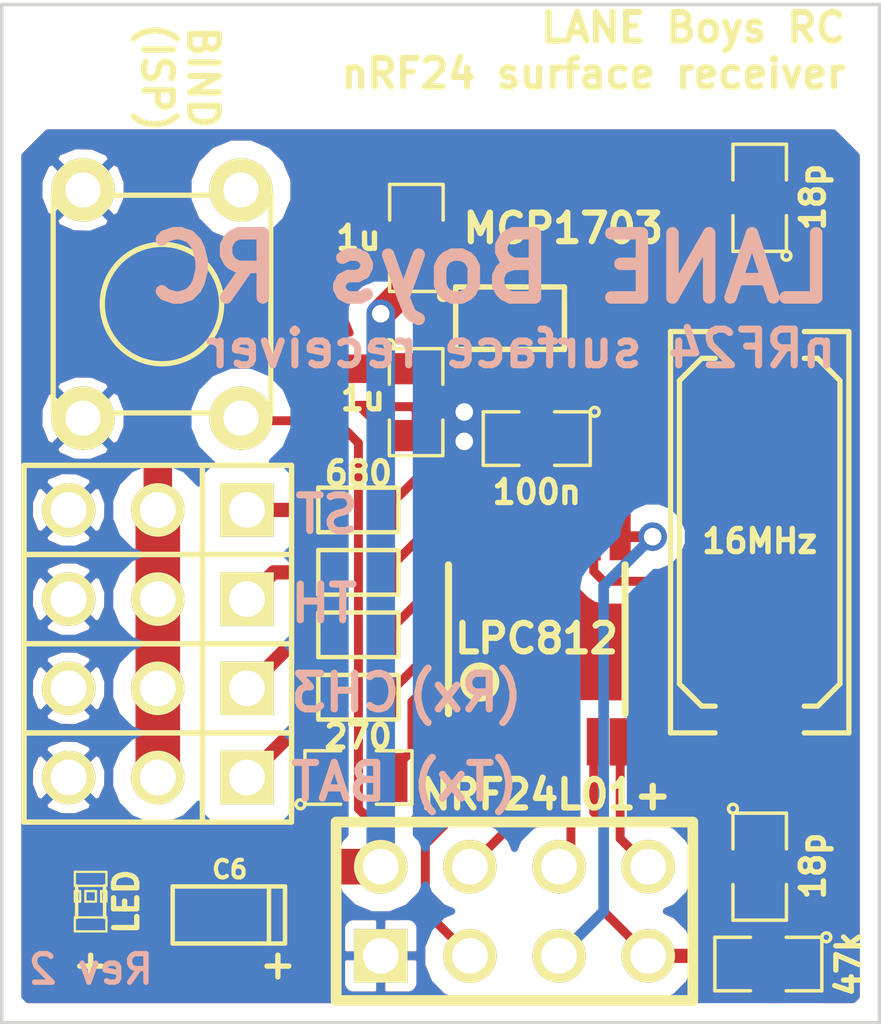
<source format=kicad_pcb>
(kicad_pcb (version 3) (host pcbnew "(2013-jul-07)-stable")

  (general
    (links 48)
    (no_connects 0)
    (area 62.8655 56.949999 88.050001 86.050001)
    (thickness 1.6)
    (drawings 17)
    (tracks 135)
    (zones 0)
    (modules 22)
    (nets 23)
  )

  (page User 150.012 150.012)
  (title_block 
    (title "LPC812 / nRF24L01+ RC receiver")
    (rev 1)
    (company "LANE Boys RC")
  )

  (layers
    (15 F.Cu signal)
    (0 B.Cu signal)
    (19 F.Paste user)
    (20 B.SilkS user)
    (21 F.SilkS user)
    (22 B.Mask user hide)
    (23 F.Mask user hide)
    (28 Edge.Cuts user)
  )

  (setup
    (last_trace_width 0.4064)
    (user_trace_width 0.2032)
    (user_trace_width 0.254)
    (user_trace_width 0.3048)
    (user_trace_width 0.4064)
    (user_trace_width 0.6096)
    (user_trace_width 0.8128)
    (user_trace_width 1)
    (user_trace_width 1.016)
    (user_trace_width 1.27)
    (user_trace_width 1.4224)
    (user_trace_width 1.6764)
    (user_trace_width 2)
    (trace_clearance 0.2032)
    (zone_clearance 0.508)
    (zone_45_only no)
    (trace_min 0.1524)
    (segment_width 0.2)
    (edge_width 0.1)
    (via_size 0.813)
    (via_drill 0.5)
    (via_min_size 0.6096)
    (via_min_drill 0.3048)
    (user_via 0.8128 0.5)
    (user_via 0.9144 0.6)
    (user_via 1.2192 0.8)
    (user_via 1.524 1)
    (user_via 1.8288 1.2)
    (user_via 2.286 1.5)
    (uvia_size 0.508)
    (uvia_drill 0.127)
    (uvias_allowed no)
    (uvia_min_size 0.508)
    (uvia_min_drill 0.127)
    (pcb_text_width 0.3)
    (pcb_text_size 1.5 1.5)
    (mod_edge_width 0.15)
    (mod_text_size 0.8128 0.8128)
    (mod_text_width 0.1778)
    (pad_size 1.5 1.5)
    (pad_drill 0.6)
    (pad_to_mask_clearance 0)
    (aux_axis_origin 63 86)
    (visible_elements 7FFFFF9F)
    (pcbplotparams
      (layerselection 284196865)
      (usegerberextensions true)
      (excludeedgelayer false)
      (linewidth 0.150000)
      (plotframeref false)
      (viasonmask false)
      (mode 1)
      (useauxorigin true)
      (hpglpennumber 1)
      (hpglpenspeed 20)
      (hpglpendiameter 15)
      (hpglpenoverlay 2)
      (psnegative false)
      (psa4output false)
      (plotreference false)
      (plotvalue true)
      (plotothertext false)
      (plotinvisibletext false)
      (padsonsilk false)
      (subtractmaskfromsilk true)
      (outputformat 1)
      (mirror false)
      (drillshape 0)
      (scaleselection 1)
      (outputdirectory ../../../../scratchpad/test/))
  )

  (net 0 "")
  (net 1 +3.3V)
  (net 2 +BATT)
  (net 3 /CE)
  (net 4 /CH1)
  (net 5 /CH2)
  (net 6 /CH3-Rx)
  (net 7 /CSN)
  (net 8 /IRQ)
  (net 9 /ISP-BIND)
  (net 10 /LED)
  (net 11 /MISO)
  (net 12 /MOSI)
  (net 13 /SCK)
  (net 14 /Tx)
  (net 15 /XTALIN)
  (net 16 /XTALOUT)
  (net 17 N-0000010)
  (net 18 N-0000011)
  (net 19 N-000002)
  (net 20 N-000008)
  (net 21 N-000009)
  (net 22 VSS)

  (net_class Default "This is the default net class."
    (clearance 0.2032)
    (trace_width 0.254)
    (via_dia 0.813)
    (via_drill 0.5)
    (uvia_dia 0.508)
    (uvia_drill 0.127)
    (add_net "")
    (add_net +3.3V)
    (add_net +BATT)
    (add_net /CE)
    (add_net /CH1)
    (add_net /CH2)
    (add_net /CH3-Rx)
    (add_net /CSN)
    (add_net /IRQ)
    (add_net /ISP-BIND)
    (add_net /LED)
    (add_net /MISO)
    (add_net /MOSI)
    (add_net /SCK)
    (add_net /Tx)
    (add_net /XTALIN)
    (add_net /XTALOUT)
    (add_net N-0000010)
    (add_net N-0000011)
    (add_net N-000002)
    (add_net N-000008)
    (add_net N-000009)
    (add_net VSS)
  )

  (module pin_array_4x2 (layer F.Cu) (tedit 5476ECD5) (tstamp 5474369F)
    (at 77.605 82.825)
    (descr "Double rangee de contacts 2 x 4 pins")
    (tags CONN)
    (path /546ED38F)
    (fp_text reference P1 (at 6.031 0.015) (layer F.SilkS) hide
      (effects (font (size 0.8128 0.8128) (thickness 0.2032)))
    )
    (fp_text value NRF24L01+ (at 0.881 -3.323) (layer F.SilkS)
      (effects (font (size 0.8128 0.8128) (thickness 0.1778)))
    )
    (fp_line (start -5.08 -2.54) (end 5.08 -2.54) (layer F.SilkS) (width 0.3048))
    (fp_line (start 5.08 -2.54) (end 5.08 2.54) (layer F.SilkS) (width 0.3048))
    (fp_line (start 5.08 2.54) (end -5.08 2.54) (layer F.SilkS) (width 0.3048))
    (fp_line (start -5.08 2.54) (end -5.08 -2.54) (layer F.SilkS) (width 0.3048))
    (pad 1 thru_hole rect (at -3.81 1.27) (size 1.524 1.524) (drill 1.016)
      (layers *.Cu *.Mask F.SilkS)
      (net 22 VSS)
    )
    (pad 2 thru_hole circle (at -3.81 -1.27) (size 1.524 1.524) (drill 1.016)
      (layers *.Cu *.Mask F.SilkS)
      (net 1 +3.3V)
    )
    (pad 3 thru_hole circle (at -1.27 1.27) (size 1.524 1.524) (drill 1.016)
      (layers *.Cu *.Mask F.SilkS)
      (net 3 /CE)
    )
    (pad 4 thru_hole circle (at -1.27 -1.27) (size 1.524 1.524) (drill 1.016)
      (layers *.Cu *.Mask F.SilkS)
      (net 7 /CSN)
    )
    (pad 5 thru_hole circle (at 1.27 1.27) (size 1.524 1.524) (drill 1.016)
      (layers *.Cu *.Mask F.SilkS)
      (net 13 /SCK)
    )
    (pad 6 thru_hole circle (at 1.27 -1.27) (size 1.524 1.524) (drill 1.016)
      (layers *.Cu *.Mask F.SilkS)
      (net 12 /MOSI)
    )
    (pad 7 thru_hole circle (at 3.81 1.27) (size 1.524 1.524) (drill 1.016)
      (layers *.Cu *.Mask F.SilkS)
      (net 11 /MISO)
    )
    (pad 8 thru_hole circle (at 3.81 -1.27) (size 1.524 1.524) (drill 1.016)
      (layers *.Cu *.Mask F.SilkS)
      (net 8 /IRQ)
    )
    (model pin_array/pins_array_4x2.wrl
      (at (xyz 0 0 0))
      (scale (xyz 1 1 1))
      (rotate (xyz 0 0 0))
    )
  )

  (module PIN_ARRAY_3X1 (layer F.Cu) (tedit 547318CC) (tstamp 546EE5FA)
    (at 67.445 79.015 180)
    (descr "Connecteur 3 pins")
    (tags "CONN DEV")
    (path /546ED52C)
    (fp_text reference K1 (at 0.254 -2.159 180) (layer F.SilkS) hide
      (effects (font (size 1.016 1.016) (thickness 0.1524)))
    )
    (fp_text value BAT (at 0 -2.159 180) (layer F.SilkS) hide
      (effects (font (size 0.8128 0.8128) (thickness 0.1778)))
    )
    (fp_line (start -3.81 1.27) (end -3.81 -1.27) (layer F.SilkS) (width 0.1524))
    (fp_line (start -3.81 -1.27) (end 3.81 -1.27) (layer F.SilkS) (width 0.1524))
    (fp_line (start 3.81 -1.27) (end 3.81 1.27) (layer F.SilkS) (width 0.1524))
    (fp_line (start 3.81 1.27) (end -3.81 1.27) (layer F.SilkS) (width 0.1524))
    (fp_line (start -1.27 -1.27) (end -1.27 1.27) (layer F.SilkS) (width 0.1524))
    (pad 1 thru_hole rect (at -2.54 0 180) (size 1.524 1.524) (drill 1.016)
      (layers *.Cu *.Mask F.SilkS)
      (net 20 N-000008)
    )
    (pad 2 thru_hole circle (at 0 0 180) (size 1.524 1.524) (drill 1.016)
      (layers *.Cu *.Mask F.SilkS)
      (net 2 +BATT)
    )
    (pad 3 thru_hole circle (at 2.54 0 180) (size 1.524 1.524) (drill 1.016)
      (layers *.Cu *.Mask F.SilkS)
      (net 22 VSS)
    )
    (model pin_array/pins_array_3x1.wrl
      (at (xyz 0 0 0))
      (scale (xyz 1 1 1))
      (rotate (xyz 0 0 0))
    )
  )

  (module PIN_ARRAY_3X1 (layer F.Cu) (tedit 547318C1) (tstamp 546EE606)
    (at 67.445 76.475 180)
    (descr "Connecteur 3 pins")
    (tags "CONN DEV")
    (path /546EDCB1)
    (fp_text reference K2 (at 0.254 -2.159 180) (layer F.SilkS) hide
      (effects (font (size 1.016 1.016) (thickness 0.1524)))
    )
    (fp_text value CH3 (at 0 -2.159 180) (layer F.SilkS) hide
      (effects (font (size 0.8128 0.8128) (thickness 0.1778)))
    )
    (fp_line (start -3.81 1.27) (end -3.81 -1.27) (layer F.SilkS) (width 0.1524))
    (fp_line (start -3.81 -1.27) (end 3.81 -1.27) (layer F.SilkS) (width 0.1524))
    (fp_line (start 3.81 -1.27) (end 3.81 1.27) (layer F.SilkS) (width 0.1524))
    (fp_line (start 3.81 1.27) (end -3.81 1.27) (layer F.SilkS) (width 0.1524))
    (fp_line (start -1.27 -1.27) (end -1.27 1.27) (layer F.SilkS) (width 0.1524))
    (pad 1 thru_hole rect (at -2.54 0 180) (size 1.524 1.524) (drill 1.016)
      (layers *.Cu *.Mask F.SilkS)
      (net 18 N-0000011)
    )
    (pad 2 thru_hole circle (at 0 0 180) (size 1.524 1.524) (drill 1.016)
      (layers *.Cu *.Mask F.SilkS)
      (net 2 +BATT)
    )
    (pad 3 thru_hole circle (at 2.54 0 180) (size 1.524 1.524) (drill 1.016)
      (layers *.Cu *.Mask F.SilkS)
      (net 22 VSS)
    )
    (model pin_array/pins_array_3x1.wrl
      (at (xyz 0 0 0))
      (scale (xyz 1 1 1))
      (rotate (xyz 0 0 0))
    )
  )

  (module PIN_ARRAY_3X1 (layer F.Cu) (tedit 547318B6) (tstamp 546EE612)
    (at 67.445 73.935 180)
    (descr "Connecteur 3 pins")
    (tags "CONN DEV")
    (path /546EDCC0)
    (fp_text reference K3 (at 0.254 -2.159 180) (layer F.SilkS) hide
      (effects (font (size 1.016 1.016) (thickness 0.1524)))
    )
    (fp_text value TH (at 0 -2.159 180) (layer F.SilkS) hide
      (effects (font (size 0.8128 0.8128) (thickness 0.1778)))
    )
    (fp_line (start -3.81 1.27) (end -3.81 -1.27) (layer F.SilkS) (width 0.1524))
    (fp_line (start -3.81 -1.27) (end 3.81 -1.27) (layer F.SilkS) (width 0.1524))
    (fp_line (start 3.81 -1.27) (end 3.81 1.27) (layer F.SilkS) (width 0.1524))
    (fp_line (start 3.81 1.27) (end -3.81 1.27) (layer F.SilkS) (width 0.1524))
    (fp_line (start -1.27 -1.27) (end -1.27 1.27) (layer F.SilkS) (width 0.1524))
    (pad 1 thru_hole rect (at -2.54 0 180) (size 1.524 1.524) (drill 1.016)
      (layers *.Cu *.Mask F.SilkS)
      (net 17 N-0000010)
    )
    (pad 2 thru_hole circle (at 0 0 180) (size 1.524 1.524) (drill 1.016)
      (layers *.Cu *.Mask F.SilkS)
      (net 2 +BATT)
    )
    (pad 3 thru_hole circle (at 2.54 0 180) (size 1.524 1.524) (drill 1.016)
      (layers *.Cu *.Mask F.SilkS)
      (net 22 VSS)
    )
    (model pin_array/pins_array_3x1.wrl
      (at (xyz 0 0 0))
      (scale (xyz 1 1 1))
      (rotate (xyz 0 0 0))
    )
  )

  (module PIN_ARRAY_3X1 (layer F.Cu) (tedit 547318AD) (tstamp 546EE61E)
    (at 67.445 71.395 180)
    (descr "Connecteur 3 pins")
    (tags "CONN DEV")
    (path /546EDCCF)
    (fp_text reference K4 (at 0.254 -2.159 180) (layer F.SilkS) hide
      (effects (font (size 1.016 1.016) (thickness 0.1524)))
    )
    (fp_text value ST (at 0 -2.159 180) (layer F.SilkS) hide
      (effects (font (size 0.8128 0.8128) (thickness 0.1778)))
    )
    (fp_line (start -3.81 1.27) (end -3.81 -1.27) (layer F.SilkS) (width 0.1524))
    (fp_line (start -3.81 -1.27) (end 3.81 -1.27) (layer F.SilkS) (width 0.1524))
    (fp_line (start 3.81 -1.27) (end 3.81 1.27) (layer F.SilkS) (width 0.1524))
    (fp_line (start 3.81 1.27) (end -3.81 1.27) (layer F.SilkS) (width 0.1524))
    (fp_line (start -1.27 -1.27) (end -1.27 1.27) (layer F.SilkS) (width 0.1524))
    (pad 1 thru_hole rect (at -2.54 0 180) (size 1.524 1.524) (drill 1.016)
      (layers *.Cu *.Mask F.SilkS)
      (net 21 N-000009)
    )
    (pad 2 thru_hole circle (at 0 0 180) (size 1.524 1.524) (drill 1.016)
      (layers *.Cu *.Mask F.SilkS)
      (net 2 +BATT)
    )
    (pad 3 thru_hole circle (at 2.54 0 180) (size 1.524 1.524) (drill 1.016)
      (layers *.Cu *.Mask F.SilkS)
      (net 22 VSS)
    )
    (model pin_array/pins_array_3x1.wrl
      (at (xyz 0 0 0))
      (scale (xyz 1 1 1))
      (rotate (xyz 0 0 0))
    )
  )

  (module LED-0603 (layer F.Cu) (tedit 5476EA91) (tstamp 54A9F2B2)
    (at 65.532 82.55 90)
    (descr "LED 0603 smd package")
    (tags "LED led 0603 SMD smd SMT smt smdled SMDLED smtled SMTLED")
    (path /546F0587)
    (attr smd)
    (fp_text reference D1 (at 1.843 -0.2055 90) (layer F.SilkS) hide
      (effects (font (size 0.508 0.508) (thickness 0.127)))
    )
    (fp_text value LED (at 0 1.016 90) (layer F.SilkS)
      (effects (font (size 0.6604 0.6604) (thickness 0.1524)))
    )
    (fp_line (start 0.44958 -0.44958) (end 0.44958 0.44958) (layer F.SilkS) (width 0.06604))
    (fp_line (start 0.44958 0.44958) (end 0.84836 0.44958) (layer F.SilkS) (width 0.06604))
    (fp_line (start 0.84836 -0.44958) (end 0.84836 0.44958) (layer F.SilkS) (width 0.06604))
    (fp_line (start 0.44958 -0.44958) (end 0.84836 -0.44958) (layer F.SilkS) (width 0.06604))
    (fp_line (start -0.84836 -0.44958) (end -0.84836 0.44958) (layer F.SilkS) (width 0.06604))
    (fp_line (start -0.84836 0.44958) (end -0.44958 0.44958) (layer F.SilkS) (width 0.06604))
    (fp_line (start -0.44958 -0.44958) (end -0.44958 0.44958) (layer F.SilkS) (width 0.06604))
    (fp_line (start -0.84836 -0.44958) (end -0.44958 -0.44958) (layer F.SilkS) (width 0.06604))
    (fp_line (start 0 -0.44958) (end 0 -0.29972) (layer F.SilkS) (width 0.06604))
    (fp_line (start 0 -0.29972) (end 0.29972 -0.29972) (layer F.SilkS) (width 0.06604))
    (fp_line (start 0.29972 -0.44958) (end 0.29972 -0.29972) (layer F.SilkS) (width 0.06604))
    (fp_line (start 0 -0.44958) (end 0.29972 -0.44958) (layer F.SilkS) (width 0.06604))
    (fp_line (start 0 0.29972) (end 0 0.44958) (layer F.SilkS) (width 0.06604))
    (fp_line (start 0 0.44958) (end 0.29972 0.44958) (layer F.SilkS) (width 0.06604))
    (fp_line (start 0.29972 0.29972) (end 0.29972 0.44958) (layer F.SilkS) (width 0.06604))
    (fp_line (start 0 0.29972) (end 0.29972 0.29972) (layer F.SilkS) (width 0.06604))
    (fp_line (start 0 -0.14986) (end 0 0.14986) (layer F.SilkS) (width 0.06604))
    (fp_line (start 0 0.14986) (end 0.29972 0.14986) (layer F.SilkS) (width 0.06604))
    (fp_line (start 0.29972 -0.14986) (end 0.29972 0.14986) (layer F.SilkS) (width 0.06604))
    (fp_line (start 0 -0.14986) (end 0.29972 -0.14986) (layer F.SilkS) (width 0.06604))
    (fp_line (start 0.44958 -0.39878) (end -0.44958 -0.39878) (layer F.SilkS) (width 0.1016))
    (fp_line (start 0.44958 0.39878) (end -0.44958 0.39878) (layer F.SilkS) (width 0.1016))
    (pad 1 smd rect (at -0.7493 0 90) (size 0.79756 0.79756)
      (layers F.Cu F.Paste F.Mask)
      (net 1 +3.3V)
    )
    (pad 2 smd rect (at 0.7493 0 90) (size 0.79756 0.79756)
      (layers F.Cu F.Paste F.Mask)
      (net 19 N-000002)
    )
  )

  (module SM0603 (layer F.Cu) (tedit 547318E4) (tstamp 5471D13B)
    (at 73.16 76.729 180)
    (path /5471D01E)
    (attr smd)
    (fp_text reference R2 (at 0 0 180) (layer F.SilkS) hide
      (effects (font (size 0.508 0.4572) (thickness 0.1143)))
    )
    (fp_text value 680 (at 0 0 180) (layer F.SilkS) hide
      (effects (font (size 0.8128 0.8128) (thickness 0.1778)))
    )
    (fp_line (start -1.143 -0.635) (end 1.143 -0.635) (layer F.SilkS) (width 0.127))
    (fp_line (start 1.143 -0.635) (end 1.143 0.635) (layer F.SilkS) (width 0.127))
    (fp_line (start 1.143 0.635) (end -1.143 0.635) (layer F.SilkS) (width 0.127))
    (fp_line (start -1.143 0.635) (end -1.143 -0.635) (layer F.SilkS) (width 0.127))
    (pad 1 smd rect (at -0.762 0 180) (size 0.635 1.143)
      (layers F.Cu F.Paste F.Mask)
      (net 14 /Tx)
    )
    (pad 2 smd rect (at 0.762 0 180) (size 0.635 1.143)
      (layers F.Cu F.Paste F.Mask)
      (net 20 N-000008)
    )
    (model smd\resistors\R0603.wrl
      (at (xyz 0 0 0.001))
      (scale (xyz 0.5 0.5 0.5))
      (rotate (xyz 0 0 0))
    )
  )

  (module SM0603 (layer F.Cu) (tedit 547318E8) (tstamp 5471D145)
    (at 73.16 74.951 180)
    (path /5471D02B)
    (attr smd)
    (fp_text reference R3 (at 0 0 180) (layer F.SilkS) hide
      (effects (font (size 0.508 0.4572) (thickness 0.1143)))
    )
    (fp_text value 680 (at 0 0 180) (layer F.SilkS) hide
      (effects (font (size 0.8128 0.8128) (thickness 0.1778)))
    )
    (fp_line (start -1.143 -0.635) (end 1.143 -0.635) (layer F.SilkS) (width 0.127))
    (fp_line (start 1.143 -0.635) (end 1.143 0.635) (layer F.SilkS) (width 0.127))
    (fp_line (start 1.143 0.635) (end -1.143 0.635) (layer F.SilkS) (width 0.127))
    (fp_line (start -1.143 0.635) (end -1.143 -0.635) (layer F.SilkS) (width 0.127))
    (pad 1 smd rect (at -0.762 0 180) (size 0.635 1.143)
      (layers F.Cu F.Paste F.Mask)
      (net 6 /CH3-Rx)
    )
    (pad 2 smd rect (at 0.762 0 180) (size 0.635 1.143)
      (layers F.Cu F.Paste F.Mask)
      (net 18 N-0000011)
    )
    (model smd\resistors\R0603.wrl
      (at (xyz 0 0 0.001))
      (scale (xyz 0.5 0.5 0.5))
      (rotate (xyz 0 0 0))
    )
  )

  (module SM0603 (layer F.Cu) (tedit 547318ED) (tstamp 5471D1EF)
    (at 73.16 73.173 180)
    (path /5471D031)
    (attr smd)
    (fp_text reference R4 (at 0 0 180) (layer F.SilkS) hide
      (effects (font (size 0.508 0.4572) (thickness 0.1143)))
    )
    (fp_text value 680 (at 0 0 180) (layer F.SilkS) hide
      (effects (font (size 0.8128 0.8128) (thickness 0.1778)))
    )
    (fp_line (start -1.143 -0.635) (end 1.143 -0.635) (layer F.SilkS) (width 0.127))
    (fp_line (start 1.143 -0.635) (end 1.143 0.635) (layer F.SilkS) (width 0.127))
    (fp_line (start 1.143 0.635) (end -1.143 0.635) (layer F.SilkS) (width 0.127))
    (fp_line (start -1.143 0.635) (end -1.143 -0.635) (layer F.SilkS) (width 0.127))
    (pad 1 smd rect (at -0.762 0 180) (size 0.635 1.143)
      (layers F.Cu F.Paste F.Mask)
      (net 5 /CH2)
    )
    (pad 2 smd rect (at 0.762 0 180) (size 0.635 1.143)
      (layers F.Cu F.Paste F.Mask)
      (net 17 N-0000010)
    )
    (model smd\resistors\R0603.wrl
      (at (xyz 0 0 0.001))
      (scale (xyz 0.5 0.5 0.5))
      (rotate (xyz 0 0 0))
    )
  )

  (module SM0603 (layer F.Cu) (tedit 5476730D) (tstamp 5471D159)
    (at 73.16 71.395 180)
    (path /5471D037)
    (attr smd)
    (fp_text reference R5 (at 0 0 180) (layer F.SilkS) hide
      (effects (font (size 0.508 0.4572) (thickness 0.1143)))
    )
    (fp_text value 680 (at 0 1.0414 180) (layer F.SilkS)
      (effects (font (size 0.6604 0.6604) (thickness 0.1524)))
    )
    (fp_line (start -1.143 -0.635) (end 1.143 -0.635) (layer F.SilkS) (width 0.127))
    (fp_line (start 1.143 -0.635) (end 1.143 0.635) (layer F.SilkS) (width 0.127))
    (fp_line (start 1.143 0.635) (end -1.143 0.635) (layer F.SilkS) (width 0.127))
    (fp_line (start -1.143 0.635) (end -1.143 -0.635) (layer F.SilkS) (width 0.127))
    (pad 1 smd rect (at -0.762 0 180) (size 0.635 1.143)
      (layers F.Cu F.Paste F.Mask)
      (net 4 /CH1)
    )
    (pad 2 smd rect (at 0.762 0 180) (size 0.635 1.143)
      (layers F.Cu F.Paste F.Mask)
      (net 21 N-000009)
    )
    (model smd\resistors\R0603.wrl
      (at (xyz 0 0 0.001))
      (scale (xyz 0.5 0.5 0.5))
      (rotate (xyz 0 0 0))
    )
  )

  (module SM0805 (layer F.Cu) (tedit 54767375) (tstamp 546EE62A)
    (at 74.811 63.648 90)
    (path /546ED3A6)
    (attr smd)
    (fp_text reference C3 (at 0 -0.3175 90) (layer F.SilkS) hide
      (effects (font (size 0.8128 0.8128) (thickness 0.10922)))
    )
    (fp_text value 1u (at 0 -1.651 180) (layer F.SilkS)
      (effects (font (size 0.6604 0.6604) (thickness 0.1524)))
    )
    (fp_circle (center -1.651 0.762) (end -1.651 0.635) (layer F.SilkS) (width 0.09906))
    (fp_line (start -0.508 0.762) (end -1.524 0.762) (layer F.SilkS) (width 0.09906))
    (fp_line (start -1.524 0.762) (end -1.524 -0.762) (layer F.SilkS) (width 0.09906))
    (fp_line (start -1.524 -0.762) (end -0.508 -0.762) (layer F.SilkS) (width 0.09906))
    (fp_line (start 0.508 -0.762) (end 1.524 -0.762) (layer F.SilkS) (width 0.09906))
    (fp_line (start 1.524 -0.762) (end 1.524 0.762) (layer F.SilkS) (width 0.09906))
    (fp_line (start 1.524 0.762) (end 0.508 0.762) (layer F.SilkS) (width 0.09906))
    (pad 1 smd rect (at -0.9525 0 90) (size 0.889 1.397)
      (layers F.Cu F.Paste F.Mask)
      (net 1 +3.3V)
    )
    (pad 2 smd rect (at 0.9525 0 90) (size 0.889 1.397)
      (layers F.Cu F.Paste F.Mask)
      (net 22 VSS)
    )
    (model smd/chip_cms.wrl
      (at (xyz 0 0 0))
      (scale (xyz 0.1 0.1 0.1))
      (rotate (xyz 0 0 0))
    )
  )

  (module SM0805 (layer F.Cu) (tedit 54767366) (tstamp 546EE636)
    (at 78.24 69.363 180)
    (path /546ED3B5)
    (attr smd)
    (fp_text reference C1 (at 0 -0.3175 180) (layer F.SilkS) hide
      (effects (font (size 0.50038 0.50038) (thickness 0.10922)))
    )
    (fp_text value 100n (at 0 -1.524 180) (layer F.SilkS)
      (effects (font (size 0.6604 0.6604) (thickness 0.1524)))
    )
    (fp_circle (center -1.651 0.762) (end -1.651 0.635) (layer F.SilkS) (width 0.09906))
    (fp_line (start -0.508 0.762) (end -1.524 0.762) (layer F.SilkS) (width 0.09906))
    (fp_line (start -1.524 0.762) (end -1.524 -0.762) (layer F.SilkS) (width 0.09906))
    (fp_line (start -1.524 -0.762) (end -0.508 -0.762) (layer F.SilkS) (width 0.09906))
    (fp_line (start 0.508 -0.762) (end 1.524 -0.762) (layer F.SilkS) (width 0.09906))
    (fp_line (start 1.524 -0.762) (end 1.524 0.762) (layer F.SilkS) (width 0.09906))
    (fp_line (start 1.524 0.762) (end 0.508 0.762) (layer F.SilkS) (width 0.09906))
    (pad 1 smd rect (at -0.9525 0 180) (size 0.889 1.397)
      (layers F.Cu F.Paste F.Mask)
      (net 1 +3.3V)
    )
    (pad 2 smd rect (at 0.9525 0 180) (size 0.889 1.397)
      (layers F.Cu F.Paste F.Mask)
      (net 22 VSS)
    )
    (model smd/chip_cms.wrl
      (at (xyz 0 0 0))
      (scale (xyz 0.1 0.1 0.1))
      (rotate (xyz 0 0 0))
    )
  )

  (module SM0805 (layer F.Cu) (tedit 54767371) (tstamp 546EE642)
    (at 74.803 68.326 270)
    (path /546ED3C4)
    (attr smd)
    (fp_text reference C2 (at 0 -0.3175 270) (layer F.SilkS) hide
      (effects (font (size 0.50038 0.50038) (thickness 0.10922)))
    )
    (fp_text value 1u (at -0.106 1.516 360) (layer F.SilkS)
      (effects (font (size 0.6604 0.6604) (thickness 0.1524)))
    )
    (fp_circle (center -1.651 0.762) (end -1.651 0.635) (layer F.SilkS) (width 0.09906))
    (fp_line (start -0.508 0.762) (end -1.524 0.762) (layer F.SilkS) (width 0.09906))
    (fp_line (start -1.524 0.762) (end -1.524 -0.762) (layer F.SilkS) (width 0.09906))
    (fp_line (start -1.524 -0.762) (end -0.508 -0.762) (layer F.SilkS) (width 0.09906))
    (fp_line (start 0.508 -0.762) (end 1.524 -0.762) (layer F.SilkS) (width 0.09906))
    (fp_line (start 1.524 -0.762) (end 1.524 0.762) (layer F.SilkS) (width 0.09906))
    (fp_line (start 1.524 0.762) (end 0.508 0.762) (layer F.SilkS) (width 0.09906))
    (pad 1 smd rect (at -0.9525 0 270) (size 0.889 1.397)
      (layers F.Cu F.Paste F.Mask)
      (net 2 +BATT)
    )
    (pad 2 smd rect (at 0.9525 0 270) (size 0.889 1.397)
      (layers F.Cu F.Paste F.Mask)
      (net 22 VSS)
    )
    (model smd/chip_cms.wrl
      (at (xyz 0 0 0))
      (scale (xyz 0.1 0.1 0.1))
      (rotate (xyz 0 0 0))
    )
  )

  (module Q_49U3HMS (layer F.Cu) (tedit 5476733D) (tstamp 547727DD)
    (at 84.59 72.03 90)
    (path /546EFECA)
    (fp_text reference X1 (at -0.1 -1.6 90) (layer F.SilkS) hide
      (effects (font (size 0.8 0.8) (thickness 0.15)))
    )
    (fp_text value 16MHz (at -0.254 0 180) (layer F.SilkS)
      (effects (font (size 0.6604 0.6604) (thickness 0.1524)))
    )
    (fp_line (start -4.953 -1.651) (end -4.953 -1.27) (layer F.SilkS) (width 0.15))
    (fp_line (start -4.953 1.651) (end -4.953 1.27) (layer F.SilkS) (width 0.15))
    (fp_line (start 4.953 1.651) (end 4.953 1.27) (layer F.SilkS) (width 0.15))
    (fp_line (start 4.953 -1.651) (end 4.953 -1.27) (layer F.SilkS) (width 0.15))
    (fp_line (start 5.715 -2.54) (end 5.715 -1.27) (layer F.SilkS) (width 0.15))
    (fp_line (start 5.715 2.54) (end 5.715 1.27) (layer F.SilkS) (width 0.15))
    (fp_line (start -5.715 2.54) (end -5.715 1.27) (layer F.SilkS) (width 0.15))
    (fp_line (start -5.715 -2.54) (end -5.715 -1.27) (layer F.SilkS) (width 0.15))
    (fp_line (start -4.953 1.651) (end -4.318 2.286) (layer F.SilkS) (width 0.15))
    (fp_line (start -4.318 2.286) (end 4.318 2.286) (layer F.SilkS) (width 0.15))
    (fp_line (start 4.318 2.286) (end 4.953 1.651) (layer F.SilkS) (width 0.15))
    (fp_line (start 4.953 -1.651) (end 4.318 -2.286) (layer F.SilkS) (width 0.15))
    (fp_line (start 4.318 -2.286) (end -4.318 -2.286) (layer F.SilkS) (width 0.15))
    (fp_line (start -4.318 -2.286) (end -4.953 -1.651) (layer F.SilkS) (width 0.15))
    (fp_line (start 5.715 2.54) (end -5.715 2.54) (layer F.SilkS) (width 0.15))
    (fp_line (start -5.715 -2.54) (end 5.715 -2.54) (layer F.SilkS) (width 0.15))
    (pad 1 smd rect (at -4.699 0 90) (size 5.4991 1.99898)
      (layers F.Cu F.Paste F.Mask)
      (net 16 /XTALOUT)
    )
    (pad 2 smd rect (at 4.699 0 90) (size 5.4991 1.99898)
      (layers F.Cu F.Paste F.Mask)
      (net 15 /XTALIN)
    )
    (model smd/smd_crystal&oscillator/crystal_hc-49-smd.wrl
      (at (xyz 0 0 0))
      (scale (xyz 1 1 1))
      (rotate (xyz 0 0 0))
    )
  )

  (module MCP1703-SOT95P300X145-3N (layer F.Cu) (tedit 54758AA7) (tstamp 547315A5)
    (at 77.478 65.934 180)
    (path /546ED329)
    (attr smd)
    (fp_text reference U1 (at 0 -2.54 180) (layer F.SilkS) hide
      (effects (font (size 0.8128 0.8128) (thickness 0.2032)))
    )
    (fp_text value MCP1703 (at -1.516 2.561 180) (layer F.SilkS)
      (effects (font (size 0.8128 0.8128) (thickness 0.1778)))
    )
    (fp_line (start -0.6858 0.889) (end -1.1938 0.889) (layer F.SilkS) (width 0.1524))
    (fp_line (start 1.1938 0.889) (end 0.6858 0.889) (layer F.SilkS) (width 0.1524))
    (fp_line (start -0.254 -0.889) (end 0.254 -0.889) (layer F.SilkS) (width 0.1524))
    (fp_line (start -1.5494 0.889) (end 1.5494 0.889) (layer F.SilkS) (width 0.1524))
    (fp_line (start 1.5494 0.889) (end 1.5494 -0.889) (layer F.SilkS) (width 0.1524))
    (fp_line (start 1.5494 -0.889) (end -1.5494 -0.889) (layer F.SilkS) (width 0.1524))
    (fp_line (start -1.5494 -0.889) (end -1.5494 0.889) (layer F.SilkS) (width 0.1524))
    (fp_line (start -0.6096 -0.889) (end -1.5494 -0.889) (layer F.SilkS) (width 0.1524))
    (fp_line (start -0.3302 0.889) (end 0.3302 0.889) (layer F.SilkS) (width 0.1524))
    (fp_line (start 1.5494 0.4572) (end 1.5494 -0.889) (layer F.SilkS) (width 0.1524))
    (fp_line (start 1.5494 -0.889) (end 0.6096 -0.889) (layer F.SilkS) (width 0.1524))
    (fp_line (start -1.5494 -0.889) (end -1.5494 0.4572) (layer F.SilkS) (width 0.1524))
    (pad 1 smd rect (at -0.9398 1.1938 180) (size 0.5588 1.3208)
      (layers F.Cu F.Paste F.Mask)
      (net 22 VSS)
    )
    (pad 2 smd rect (at 0.9398 1.1938 180) (size 0.5588 1.3208)
      (layers F.Cu F.Paste F.Mask)
      (net 1 +3.3V)
    )
    (pad 3 smd rect (at 0 -1.1938 180) (size 0.5588 1.3208)
      (layers F.Cu F.Paste F.Mask)
      (net 2 +BATT)
    )
  )

  (module NXP-TSSOP16 (layer F.Cu) (tedit 54754E1F) (tstamp 546EE5DE)
    (at 78.24 75.078)
    (descr "<b>Thin Shrink Small Outline Plastic 16</b><p>")
    (path /546ED16B)
    (fp_text reference U2 (at -3.302 0 90) (layer F.SilkS) hide
      (effects (font (size 0.8128 0.8128) (thickness 0.2032)))
    )
    (fp_text value LPC812 (at -0.008 -0.021) (layer F.SilkS)
      (effects (font (size 0.8128 0.8128) (thickness 0.1778)))
    )
    (fp_line (start -2.5146 2.28092) (end 2.5146 2.28092) (layer Cmts.User) (width 0.2032))
    (fp_line (start 2.5146 -2.11836) (end 2.5146 2.11836) (layer F.SilkS) (width 0.2032))
    (fp_line (start 2.5146 -2.28092) (end -2.5146 -2.28092) (layer Cmts.User) (width 0.2032))
    (fp_line (start -2.5146 2.11836) (end -2.5146 -2.11836) (layer F.SilkS) (width 0.2032))
    (fp_line (start -2.69748 3.72364) (end -2.69748 -3.72364) (layer Dwgs.User) (width 0.0508))
    (fp_line (start 2.69748 -3.72364) (end 2.69748 3.72364) (layer Dwgs.User) (width 0.0508))
    (fp_line (start -2.69748 3.72364) (end 2.69748 3.72364) (layer Dwgs.User) (width 0.0508))
    (fp_line (start 2.69748 -3.72364) (end -2.69748 -3.72364) (layer Dwgs.User) (width 0.0508))
    (fp_circle (center -1.6256 1.2192) (end -1.1684 1.2192) (layer F.SilkS) (width 0.2032))
    (fp_line (start -2.3749 3.11912) (end -2.1717 3.11912) (layer Cmts.User) (width 0.127))
    (fp_line (start -2.1717 3.11912) (end -2.1717 2.28092) (layer Cmts.User) (width 0.127))
    (fp_line (start -2.1717 2.28092) (end -2.3749 2.28092) (layer Cmts.User) (width 0.127))
    (fp_line (start -2.3749 2.28092) (end -2.3749 3.11912) (layer Cmts.User) (width 0.127))
    (fp_line (start -1.72466 3.11912) (end -1.52146 3.11912) (layer Cmts.User) (width 0.127))
    (fp_line (start -1.52146 3.11912) (end -1.52146 2.28092) (layer Cmts.User) (width 0.127))
    (fp_line (start -1.52146 2.28092) (end -1.72466 2.28092) (layer Cmts.User) (width 0.127))
    (fp_line (start -1.72466 2.28092) (end -1.72466 3.11912) (layer Cmts.User) (width 0.127))
    (fp_line (start -1.07442 3.11912) (end -0.87122 3.11912) (layer Cmts.User) (width 0.127))
    (fp_line (start -0.87122 3.11912) (end -0.87122 2.28092) (layer Cmts.User) (width 0.127))
    (fp_line (start -0.87122 2.28092) (end -1.07442 2.28092) (layer Cmts.User) (width 0.127))
    (fp_line (start -1.07442 2.28092) (end -1.07442 3.11912) (layer Cmts.User) (width 0.127))
    (fp_line (start -0.42418 3.11912) (end -0.22098 3.11912) (layer Cmts.User) (width 0.127))
    (fp_line (start -0.22098 3.11912) (end -0.22098 2.28092) (layer Cmts.User) (width 0.127))
    (fp_line (start -0.22098 2.28092) (end -0.42418 2.28092) (layer Cmts.User) (width 0.127))
    (fp_line (start -0.42418 2.28092) (end -0.42418 3.11912) (layer Cmts.User) (width 0.127))
    (fp_line (start 0.22098 3.11912) (end 0.42418 3.11912) (layer Cmts.User) (width 0.127))
    (fp_line (start 0.42418 3.11912) (end 0.42418 2.28092) (layer Cmts.User) (width 0.127))
    (fp_line (start 0.42418 2.28092) (end 0.22098 2.28092) (layer Cmts.User) (width 0.127))
    (fp_line (start 0.22098 2.28092) (end 0.22098 3.11912) (layer Cmts.User) (width 0.127))
    (fp_line (start 0.87122 3.11912) (end 1.07442 3.11912) (layer Cmts.User) (width 0.127))
    (fp_line (start 1.07442 3.11912) (end 1.07442 2.28092) (layer Cmts.User) (width 0.127))
    (fp_line (start 1.07442 2.28092) (end 0.87122 2.28092) (layer Cmts.User) (width 0.127))
    (fp_line (start 0.87122 2.28092) (end 0.87122 3.11912) (layer Cmts.User) (width 0.127))
    (fp_line (start 1.52146 3.11912) (end 1.72466 3.11912) (layer Cmts.User) (width 0.127))
    (fp_line (start 1.72466 3.11912) (end 1.72466 2.28092) (layer Cmts.User) (width 0.127))
    (fp_line (start 1.72466 2.28092) (end 1.52146 2.28092) (layer Cmts.User) (width 0.127))
    (fp_line (start 1.52146 2.28092) (end 1.52146 3.11912) (layer Cmts.User) (width 0.127))
    (fp_line (start 2.1717 3.11912) (end 2.3749 3.11912) (layer Cmts.User) (width 0.127))
    (fp_line (start 2.3749 3.11912) (end 2.3749 2.28092) (layer Cmts.User) (width 0.127))
    (fp_line (start 2.3749 2.28092) (end 2.1717 2.28092) (layer Cmts.User) (width 0.127))
    (fp_line (start 2.1717 2.28092) (end 2.1717 3.11912) (layer Cmts.User) (width 0.127))
    (fp_line (start 2.1717 -2.28092) (end 2.3749 -2.28092) (layer Cmts.User) (width 0.127))
    (fp_line (start 2.3749 -2.28092) (end 2.3749 -3.11912) (layer Cmts.User) (width 0.127))
    (fp_line (start 2.3749 -3.11912) (end 2.1717 -3.11912) (layer Cmts.User) (width 0.127))
    (fp_line (start 2.1717 -3.11912) (end 2.1717 -2.28092) (layer Cmts.User) (width 0.127))
    (fp_line (start 1.52146 -2.28092) (end 1.72466 -2.28092) (layer Cmts.User) (width 0.127))
    (fp_line (start 1.72466 -2.28092) (end 1.72466 -3.11912) (layer Cmts.User) (width 0.127))
    (fp_line (start 1.72466 -3.11912) (end 1.52146 -3.11912) (layer Cmts.User) (width 0.127))
    (fp_line (start 1.52146 -3.11912) (end 1.52146 -2.28092) (layer Cmts.User) (width 0.127))
    (fp_line (start 0.87122 -2.28092) (end 1.07442 -2.28092) (layer Cmts.User) (width 0.127))
    (fp_line (start 1.07442 -2.28092) (end 1.07442 -3.11912) (layer Cmts.User) (width 0.127))
    (fp_line (start 1.07442 -3.11912) (end 0.87122 -3.11912) (layer Cmts.User) (width 0.127))
    (fp_line (start 0.87122 -3.11912) (end 0.87122 -2.28092) (layer Cmts.User) (width 0.127))
    (fp_line (start 0.22098 -2.28092) (end 0.42418 -2.28092) (layer Cmts.User) (width 0.127))
    (fp_line (start 0.42418 -2.28092) (end 0.42418 -3.11912) (layer Cmts.User) (width 0.127))
    (fp_line (start 0.42418 -3.11912) (end 0.22098 -3.11912) (layer Cmts.User) (width 0.127))
    (fp_line (start 0.22098 -3.11912) (end 0.22098 -2.28092) (layer Cmts.User) (width 0.127))
    (fp_line (start -0.42418 -2.28092) (end -0.22098 -2.28092) (layer Cmts.User) (width 0.127))
    (fp_line (start -0.22098 -2.28092) (end -0.22098 -3.11912) (layer Cmts.User) (width 0.127))
    (fp_line (start -0.22098 -3.11912) (end -0.42418 -3.11912) (layer Cmts.User) (width 0.127))
    (fp_line (start -0.42418 -3.11912) (end -0.42418 -2.28092) (layer Cmts.User) (width 0.127))
    (fp_line (start -1.07442 -2.28092) (end -0.87122 -2.28092) (layer Cmts.User) (width 0.127))
    (fp_line (start -0.87122 -2.28092) (end -0.87122 -3.11912) (layer Cmts.User) (width 0.127))
    (fp_line (start -0.87122 -3.11912) (end -1.07442 -3.11912) (layer Cmts.User) (width 0.127))
    (fp_line (start -1.07442 -3.11912) (end -1.07442 -2.28092) (layer Cmts.User) (width 0.127))
    (fp_line (start -1.72466 -2.28092) (end -1.52146 -2.28092) (layer Cmts.User) (width 0.127))
    (fp_line (start -1.52146 -2.28092) (end -1.52146 -3.11912) (layer Cmts.User) (width 0.127))
    (fp_line (start -1.52146 -3.11912) (end -1.72466 -3.11912) (layer Cmts.User) (width 0.127))
    (fp_line (start -1.72466 -3.11912) (end -1.72466 -2.28092) (layer Cmts.User) (width 0.127))
    (fp_line (start -2.3749 -2.28092) (end -2.1717 -2.28092) (layer Cmts.User) (width 0.127))
    (fp_line (start -2.1717 -2.28092) (end -2.1717 -3.11912) (layer Cmts.User) (width 0.127))
    (fp_line (start -2.1717 -3.11912) (end -2.3749 -3.11912) (layer Cmts.User) (width 0.127))
    (fp_line (start -2.3749 -3.11912) (end -2.3749 -2.28092) (layer Cmts.User) (width 0.127))
    (pad 1 smd rect (at -2.3749 2.92354) (size 0.59944 1.34874)
      (layers F.Cu F.Paste F.Mask)
      (net 3 /CE)
    )
    (pad 2 smd rect (at -1.62306 2.91592) (size 0.39878 1.34874)
      (layers F.Cu F.Paste F.Mask)
      (net 9 /ISP-BIND)
    )
    (pad 3 smd rect (at -0.97282 2.91592) (size 0.39878 1.34874)
      (layers F.Cu F.Paste F.Mask)
      (net 10 /LED)
    )
    (pad 4 smd rect (at -0.32258 2.91592) (size 0.39878 1.34874)
      (layers F.Cu F.Paste F.Mask)
      (net 14 /Tx)
    )
    (pad 5 smd rect (at 0.32258 2.91592) (size 0.39878 1.34874)
      (layers F.Cu F.Paste F.Mask)
      (net 7 /CSN)
    )
    (pad 6 smd rect (at 0.97282 2.91592) (size 0.39878 1.34874)
      (layers F.Cu F.Paste F.Mask)
      (net 12 /MOSI)
    )
    (pad 7 smd rect (at 1.62306 2.91592) (size 0.39878 1.34874)
      (layers F.Cu F.Paste F.Mask)
      (net 11 /MISO)
    )
    (pad 8 smd rect (at 2.3749 2.92354) (size 0.59944 1.34874)
      (layers F.Cu F.Paste F.Mask)
      (net 8 /IRQ)
    )
    (pad 9 smd rect (at 2.3749 -2.92354) (size 0.59944 1.34874)
      (layers F.Cu F.Paste F.Mask)
      (net 13 /SCK)
    )
    (pad 10 smd rect (at 1.62306 -2.91592) (size 0.39878 1.34874)
      (layers F.Cu F.Paste F.Mask)
      (net 16 /XTALOUT)
    )
    (pad 11 smd rect (at 0.97282 -2.91592) (size 0.39878 1.34874)
      (layers F.Cu F.Paste F.Mask)
      (net 15 /XTALIN)
    )
    (pad 12 smd rect (at 0.32258 -2.91592) (size 0.39878 1.34874)
      (layers F.Cu F.Paste F.Mask)
      (net 1 +3.3V)
    )
    (pad 13 smd rect (at -0.32258 -2.91592) (size 0.39878 1.34874)
      (layers F.Cu F.Paste F.Mask)
      (net 22 VSS)
    )
    (pad 14 smd rect (at -0.97282 -2.92354) (size 0.39878 1.34874)
      (layers F.Cu F.Paste F.Mask)
      (net 4 /CH1)
    )
    (pad 15 smd rect (at -1.62306 -2.92354) (size 0.39878 1.34874)
      (layers F.Cu F.Paste F.Mask)
      (net 5 /CH2)
    )
    (pad 16 smd rect (at -2.3749 -2.92354) (size 0.59944 1.34874)
      (layers F.Cu F.Paste F.Mask)
      (net 6 /CH3-Rx)
    )
  )

  (module MCDTS6 (layer F.Cu) (tedit 5476E770) (tstamp 54748DB5)
    (at 67.564 65.532 270)
    (descr "Multicomp MCDTS Series tact switch")
    (tags "tact switch push button sw spst")
    (path /5476E67E)
    (fp_text reference SW1 (at 0 -4 270) (layer F.SilkS) hide
      (effects (font (size 0.8128 0.8128) (thickness 0.1778)))
    )
    (fp_text value BIND/ISP (at 0 4 270) (layer F.SilkS) hide
      (effects (font (size 0.8128 0.8128) (thickness 0.1778)))
    )
    (fp_circle (center 0 0) (end 1.7 0) (layer F.SilkS) (width 0.15))
    (fp_line (start -3.1 -3.1) (end 3.1 -3.1) (layer F.SilkS) (width 0.15))
    (fp_line (start 3.1 -3.1) (end 3.1 3.1) (layer F.SilkS) (width 0.15))
    (fp_line (start 3.1 3.1) (end -3.1 3.1) (layer F.SilkS) (width 0.15))
    (fp_line (start -3.1 3.1) (end -3.1 -3.1) (layer F.SilkS) (width 0.15))
    (pad 1 thru_hole circle (at -3.25 -2.25 270) (size 1.8 1.8) (drill 1)
      (layers *.Cu *.Mask F.SilkS)
    )
    (pad 2 thru_hole circle (at 3.25 -2.25 270) (size 1.8 1.8) (drill 1)
      (layers *.Cu *.Mask F.SilkS)
      (net 9 /ISP-BIND)
    )
    (pad 3 thru_hole circle (at -3.25 2.25 270) (size 1.8 1.8) (drill 1)
      (layers *.Cu *.Mask F.SilkS)
      (net 22 VSS)
    )
    (pad 4 thru_hole circle (at 3.25 2.25 270) (size 1.8 1.8) (drill 1)
      (layers *.Cu *.Mask F.SilkS)
      (net 22 VSS)
    )
  )

  (module SM0805 (layer F.Cu) (tedit 5476ED34) (tstamp 546F013B)
    (at 84.59 81.555 270)
    (path /546EFF7D)
    (attr smd)
    (fp_text reference C4 (at 0 -0.3175 270) (layer F.SilkS) hide
      (effects (font (size 0.50038 0.50038) (thickness 0.10922)))
    )
    (fp_text value 18p (at -0.021 -1.516 270) (layer F.SilkS)
      (effects (font (size 0.6604 0.6604) (thickness 0.1524)))
    )
    (fp_circle (center -1.651 0.762) (end -1.651 0.635) (layer F.SilkS) (width 0.09906))
    (fp_line (start -0.508 0.762) (end -1.524 0.762) (layer F.SilkS) (width 0.09906))
    (fp_line (start -1.524 0.762) (end -1.524 -0.762) (layer F.SilkS) (width 0.09906))
    (fp_line (start -1.524 -0.762) (end -0.508 -0.762) (layer F.SilkS) (width 0.09906))
    (fp_line (start 0.508 -0.762) (end 1.524 -0.762) (layer F.SilkS) (width 0.09906))
    (fp_line (start 1.524 -0.762) (end 1.524 0.762) (layer F.SilkS) (width 0.09906))
    (fp_line (start 1.524 0.762) (end 0.508 0.762) (layer F.SilkS) (width 0.09906))
    (pad 1 smd rect (at -0.9525 0 270) (size 0.889 1.397)
      (layers F.Cu F.Paste F.Mask)
      (net 16 /XTALOUT)
    )
    (pad 2 smd rect (at 0.9525 0 270) (size 0.889 1.397)
      (layers F.Cu F.Paste F.Mask)
      (net 22 VSS)
    )
    (model smd/chip_cms.wrl
      (at (xyz 0 0 0))
      (scale (xyz 0.1 0.1 0.1))
      (rotate (xyz 0 0 0))
    )
  )

  (module SM0805 (layer F.Cu) (tedit 5476ED14) (tstamp 54742FD4)
    (at 84.59 62.505 90)
    (path /546EFF8A)
    (attr smd)
    (fp_text reference C5 (at 0 -0.3175 90) (layer F.SilkS) hide
      (effects (font (size 0.50038 0.50038) (thickness 0.10922)))
    )
    (fp_text value 18p (at 0.021 1.516 90) (layer F.SilkS)
      (effects (font (size 0.6604 0.6604) (thickness 0.1524)))
    )
    (fp_circle (center -1.651 0.762) (end -1.651 0.635) (layer F.SilkS) (width 0.09906))
    (fp_line (start -0.508 0.762) (end -1.524 0.762) (layer F.SilkS) (width 0.09906))
    (fp_line (start -1.524 0.762) (end -1.524 -0.762) (layer F.SilkS) (width 0.09906))
    (fp_line (start -1.524 -0.762) (end -0.508 -0.762) (layer F.SilkS) (width 0.09906))
    (fp_line (start 0.508 -0.762) (end 1.524 -0.762) (layer F.SilkS) (width 0.09906))
    (fp_line (start 1.524 -0.762) (end 1.524 0.762) (layer F.SilkS) (width 0.09906))
    (fp_line (start 1.524 0.762) (end 0.508 0.762) (layer F.SilkS) (width 0.09906))
    (pad 1 smd rect (at -0.9525 0 90) (size 0.889 1.397)
      (layers F.Cu F.Paste F.Mask)
      (net 15 /XTALIN)
    )
    (pad 2 smd rect (at 0.9525 0 90) (size 0.889 1.397)
      (layers F.Cu F.Paste F.Mask)
      (net 22 VSS)
    )
    (model smd/chip_cms.wrl
      (at (xyz 0 0 0))
      (scale (xyz 0.1 0.1 0.1))
      (rotate (xyz 0 0 0))
    )
  )

  (module SM0805 (layer F.Cu) (tedit 5476ED52) (tstamp 54754614)
    (at 73.16 79.015)
    (path /546F059C)
    (attr smd)
    (fp_text reference R1 (at 0 -0.3175) (layer F.SilkS) hide
      (effects (font (size 0.50038 0.50038) (thickness 0.10922)))
    )
    (fp_text value 270 (at -0.008 -1.164) (layer F.SilkS)
      (effects (font (size 0.6604 0.6604) (thickness 0.1524)))
    )
    (fp_circle (center -1.651 0.762) (end -1.651 0.635) (layer F.SilkS) (width 0.09906))
    (fp_line (start -0.508 0.762) (end -1.524 0.762) (layer F.SilkS) (width 0.09906))
    (fp_line (start -1.524 0.762) (end -1.524 -0.762) (layer F.SilkS) (width 0.09906))
    (fp_line (start -1.524 -0.762) (end -0.508 -0.762) (layer F.SilkS) (width 0.09906))
    (fp_line (start 0.508 -0.762) (end 1.524 -0.762) (layer F.SilkS) (width 0.09906))
    (fp_line (start 1.524 -0.762) (end 1.524 0.762) (layer F.SilkS) (width 0.09906))
    (fp_line (start 1.524 0.762) (end 0.508 0.762) (layer F.SilkS) (width 0.09906))
    (pad 1 smd rect (at -0.9525 0) (size 0.889 1.397)
      (layers F.Cu F.Paste F.Mask)
      (net 19 N-000002)
    )
    (pad 2 smd rect (at 0.9525 0) (size 0.889 1.397)
      (layers F.Cu F.Paste F.Mask)
      (net 10 /LED)
    )
    (model smd/chip_cms.wrl
      (at (xyz 0 0 0))
      (scale (xyz 0.1 0.1 0.1))
      (rotate (xyz 0 0 0))
    )
  )

  (module c_tant_A (layer F.Cu) (tedit 4D5D91D2) (tstamp 5471B95E)
    (at 69.469 82.931)
    (descr "SMT capacitor, tantalum size A")
    (path /54A9F170)
    (fp_text reference C6 (at 0.0254 -1.2954) (layer F.SilkS)
      (effects (font (size 0.50038 0.50038) (thickness 0.11938)))
    )
    (fp_text value 100uF (at 0 1.27) (layer F.SilkS) hide
      (effects (font (size 0.50038 0.50038) (thickness 0.11938)))
    )
    (fp_line (start 1.143 0.8128) (end 1.143 -0.8128) (layer F.SilkS) (width 0.127))
    (fp_line (start -1.6002 -0.8128) (end -1.6002 0.8128) (layer F.SilkS) (width 0.127))
    (fp_line (start -1.6002 0.8128) (end 1.6002 0.8128) (layer F.SilkS) (width 0.127))
    (fp_line (start 1.6002 0.8128) (end 1.6002 -0.8128) (layer F.SilkS) (width 0.127))
    (fp_line (start 1.6002 -0.8128) (end -1.6002 -0.8128) (layer F.SilkS) (width 0.127))
    (pad 1 smd rect (at 1.37414 0) (size 1.95072 1.50114)
      (layers F.Cu F.Paste F.Mask)
      (net 1 +3.3V)
    )
    (pad 2 smd rect (at -1.37414 0) (size 1.95072 1.50114)
      (layers F.Cu F.Paste F.Mask)
      (net 22 VSS)
    )
    (model smd/capacitors/c_tant_A.wrl
      (at (xyz 0 0 0))
      (scale (xyz 1 1 1))
      (rotate (xyz 0 0 0))
    )
  )

  (module SM0805 (layer F.Cu) (tedit 54A9F601) (tstamp 54A9F583)
    (at 84.836 84.328 180)
    (path /54A9F5EB)
    (attr smd)
    (fp_text reference R6 (at 0 -0.3175 270) (layer F.SilkS) hide
      (effects (font (size 0.50038 0.50038) (thickness 0.10922)))
    )
    (fp_text value 47k (at -2.286 0 270) (layer F.SilkS)
      (effects (font (size 0.6604 0.6604) (thickness 0.1524)))
    )
    (fp_circle (center -1.651 0.762) (end -1.651 0.635) (layer F.SilkS) (width 0.09906))
    (fp_line (start -0.508 0.762) (end -1.524 0.762) (layer F.SilkS) (width 0.09906))
    (fp_line (start -1.524 0.762) (end -1.524 -0.762) (layer F.SilkS) (width 0.09906))
    (fp_line (start -1.524 -0.762) (end -0.508 -0.762) (layer F.SilkS) (width 0.09906))
    (fp_line (start 0.508 -0.762) (end 1.524 -0.762) (layer F.SilkS) (width 0.09906))
    (fp_line (start 1.524 -0.762) (end 1.524 0.762) (layer F.SilkS) (width 0.09906))
    (fp_line (start 1.524 0.762) (end 0.508 0.762) (layer F.SilkS) (width 0.09906))
    (pad 1 smd rect (at -0.9525 0 180) (size 0.889 1.397)
      (layers F.Cu F.Paste F.Mask)
      (net 22 VSS)
    )
    (pad 2 smd rect (at 0.9525 0 180) (size 0.889 1.397)
      (layers F.Cu F.Paste F.Mask)
      (net 11 /MISO)
    )
    (model smd/chip_cms.wrl
      (at (xyz 0 0 0))
      (scale (xyz 0.1 0.1 0.1))
      (rotate (xyz 0 0 0))
    )
  )

  (gr_text + (at 70.866 84.328) (layer F.SilkS)
    (effects (font (size 0.8128 0.8128) (thickness 0.1524)))
  )
  (gr_text "BIND\n(ISP)" (at 68.08 59.076 270) (layer F.SilkS)
    (effects (font (size 0.8128 0.8128) (thickness 0.1778)))
  )
  (gr_text "LANE Boys RC\nnRF24 surface receiver" (at 87.13 58.314) (layer F.SilkS)
    (effects (font (size 0.8128 0.8128) (thickness 0.1778)) (justify right))
  )
  (gr_text "Rev 2" (at 65.54 84.476) (layer B.SilkS)
    (effects (font (size 0.8128 0.8128) (thickness 0.1524)) (justify mirror))
  )
  (gr_text "(Tx)" (at 76.208 79.142) (layer B.SilkS)
    (effects (font (size 1.016 1.016) (thickness 0.2032)) (justify mirror))
  )
  (gr_text "(Rx)" (at 76.208 76.602) (layer B.SilkS)
    (effects (font (size 1.016 1.016) (thickness 0.2032)) (justify mirror))
  )
  (gr_text BAT (at 71.128 79.142) (layer B.SilkS)
    (effects (font (size 1.016 1.016) (thickness 0.2032)) (justify right mirror))
  )
  (gr_text CH3 (at 71.128 76.602) (layer B.SilkS)
    (effects (font (size 1.016 1.016) (thickness 0.2032)) (justify right mirror))
  )
  (gr_text TH (at 71.128 74.062) (layer B.SilkS)
    (effects (font (size 1.016 1.016) (thickness 0.2032)) (justify right mirror))
  )
  (gr_text ST (at 71.255 71.522) (layer B.SilkS)
    (effects (font (size 1.016 1.016) (thickness 0.2032)) (justify right mirror))
  )
  (gr_text "nRF24 surface receiver" (at 86.868 66.802) (layer B.SilkS)
    (effects (font (size 1.016 1.016) (thickness 0.2032)) (justify left mirror))
  )
  (gr_text "LANE Boys RC" (at 86.868 64.516) (layer B.SilkS)
    (effects (font (size 1.8288 1.8288) (thickness 0.3556)) (justify left mirror))
  )
  (gr_text + (at 65.532 84.328) (layer F.SilkS)
    (effects (font (size 0.8128 0.8128) (thickness 0.1524)))
  )
  (gr_line (start 88 86) (end 88 57) (angle 90) (layer Edge.Cuts) (width 0.1))
  (gr_line (start 63 57) (end 63 86) (angle 90) (layer Edge.Cuts) (width 0.1))
  (gr_line (start 88 57) (end 63 57) (angle 90) (layer Edge.Cuts) (width 0.1))
  (gr_line (start 63 86) (end 88 86) (angle 90) (layer Edge.Cuts) (width 0.1))

  (segment (start 67.056 81.534) (end 69.85 81.534) (width 0.3048) (layer F.Cu) (net 1))
  (segment (start 65.532 83.2993) (end 66.2813 83.2993) (width 0.3048) (layer F.Cu) (net 1))
  (segment (start 66.548 82.042) (end 67.056 81.534) (width 0.3048) (layer F.Cu) (net 1) (tstamp 54A9F367))
  (segment (start 66.548 83.0326) (end 66.548 82.042) (width 0.3048) (layer F.Cu) (net 1) (tstamp 54A9F366))
  (segment (start 66.2813 83.2993) (end 66.548 83.0326) (width 0.3048) (layer F.Cu) (net 1) (tstamp 54A9F365))
  (segment (start 70.104 82.19186) (end 70.84314 82.931) (width 0.3048) (layer F.Cu) (net 1) (tstamp 54A9F37A))
  (segment (start 70.104 81.788) (end 70.104 82.19186) (width 0.3048) (layer F.Cu) (net 1) (tstamp 54A9F379))
  (segment (start 69.85 81.534) (end 70.104 81.788) (width 0.3048) (layer F.Cu) (net 1) (tstamp 54A9F378))
  (segment (start 70.84314 82.931) (end 70.993 82.931) (width 1.016) (layer F.Cu) (net 1))
  (segment (start 72.369 81.555) (end 73.795 81.555) (width 1.016) (layer F.Cu) (net 1) (tstamp 54A9F36E))
  (segment (start 70.993 82.931) (end 72.369 81.555) (width 1.016) (layer F.Cu) (net 1) (tstamp 54A9F36D))
  (segment (start 73.795 65.807) (end 74.811 64.791) (width 0.8128) (layer F.Cu) (net 1) (status 20))
  (segment (start 73.795 81.555) (end 73.795 65.807) (width 0.8128) (layer B.Cu) (net 1) (status 10))
  (via (at 73.795 65.807) (size 0.813) (layers F.Cu B.Cu) (net 1))
  (segment (start 74.811 64.791) (end 74.811 64.6005) (width 0.8128) (layer F.Cu) (net 1) (tstamp 547529A2) (status 30))
  (segment (start 76.5382 64.7402) (end 77.732 65.934) (width 0.4064) (layer F.Cu) (net 1) (status 10))
  (segment (start 79.1925 66.8865) (end 79.1925 69.363) (width 0.4064) (layer F.Cu) (net 1) (tstamp 547524B2) (status 20))
  (segment (start 78.24 65.934) (end 79.1925 66.8865) (width 0.4064) (layer F.Cu) (net 1) (tstamp 547524AF))
  (segment (start 77.732 65.934) (end 78.24 65.934) (width 0.4064) (layer F.Cu) (net 1) (tstamp 547524AA))
  (segment (start 76.5382 64.7402) (end 76.3985 64.6005) (width 0.6096) (layer F.Cu) (net 1) (status 30))
  (segment (start 76.3985 64.6005) (end 74.811 64.6005) (width 0.6096) (layer F.Cu) (net 1) (tstamp 5475248C) (status 30))
  (segment (start 78.56258 72.16208) (end 78.56258 70.94542) (width 0.4064) (layer F.Cu) (net 1) (status 10))
  (segment (start 78.56258 70.94542) (end 79.1925 70.3155) (width 0.4064) (layer F.Cu) (net 1) (tstamp 547492B5))
  (segment (start 79.1925 70.3155) (end 79.1925 69.363) (width 0.4064) (layer F.Cu) (net 1) (tstamp 547492B6) (status 20))
  (segment (start 68.764 66.618) (end 70.8725 66.618) (width 0.8128) (layer F.Cu) (net 2))
  (segment (start 67.445 71.395) (end 67.445 67.937) (width 0.8128) (layer F.Cu) (net 2) (status 10))
  (segment (start 67.445 67.937) (end 68.764 66.618) (width 0.8128) (layer F.Cu) (net 2) (tstamp 54749341))
  (segment (start 71.628 67.3735) (end 74.803 67.3735) (width 0.8128) (layer F.Cu) (net 2) (tstamp 5476E841))
  (segment (start 70.8725 66.618) (end 71.628 67.3735) (width 0.8128) (layer F.Cu) (net 2) (tstamp 5476E83E))
  (segment (start 74.803 67.3735) (end 77.2323 67.3735) (width 0.6096) (layer F.Cu) (net 2) (status 30))
  (segment (start 77.2323 67.3735) (end 77.478 67.1278) (width 0.6096) (layer F.Cu) (net 2) (tstamp 54754681) (status 30))
  (segment (start 74.7605 67.331) (end 74.803 67.3735) (width 0.8128) (layer F.Cu) (net 2) (tstamp 5475467E) (status 30))
  (segment (start 67.445 73.935) (end 67.445 71.395) (width 1.27) (layer F.Cu) (net 2) (status 30))
  (segment (start 67.445 76.475) (end 67.445 73.935) (width 1.27) (layer F.Cu) (net 2) (status 30))
  (segment (start 67.445 79.015) (end 67.445 76.475) (width 1.27) (layer F.Cu) (net 2) (status 30))
  (segment (start 75.8651 78.00154) (end 75.8651 80.1199) (width 0.254) (layer F.Cu) (net 3) (status 10))
  (segment (start 75.065 82.825) (end 76.335 84.095) (width 0.254) (layer F.Cu) (net 3) (tstamp 54752800) (status 20))
  (segment (start 75.065 80.92) (end 75.065 82.825) (width 0.254) (layer F.Cu) (net 3) (tstamp 547527FE))
  (segment (start 75.8651 80.1199) (end 75.065 80.92) (width 0.254) (layer F.Cu) (net 3) (tstamp 547527F9))
  (segment (start 77.26718 72.15446) (end 77.26718 71.18418) (width 0.254) (layer F.Cu) (net 4) (status 10))
  (segment (start 74.811 70.506) (end 73.922 71.395) (width 0.254) (layer F.Cu) (net 4) (tstamp 5474927F) (status 20))
  (segment (start 76.589 70.506) (end 74.811 70.506) (width 0.254) (layer F.Cu) (net 4) (tstamp 5474927E))
  (segment (start 77.26718 71.18418) (end 76.589 70.506) (width 0.254) (layer F.Cu) (net 4) (tstamp 5474927D))
  (segment (start 74.938 71.268) (end 74.938 72.157) (width 0.254) (layer F.Cu) (net 5))
  (segment (start 74.938 71.268) (end 75.192 71.014) (width 0.254) (layer F.Cu) (net 5) (tstamp 5474926F))
  (segment (start 75.192 71.014) (end 76.335 71.014) (width 0.254) (layer F.Cu) (net 5) (tstamp 54749270))
  (segment (start 76.335 71.014) (end 76.61694 71.29594) (width 0.254) (layer F.Cu) (net 5) (tstamp 54749271))
  (segment (start 76.61694 72.15446) (end 76.61694 71.29594) (width 0.254) (layer F.Cu) (net 5) (tstamp 54749272) (status 10))
  (segment (start 74.938 72.157) (end 73.922 73.173) (width 0.254) (layer F.Cu) (net 5) (tstamp 547528DC) (status 20))
  (segment (start 75.8651 72.15446) (end 75.8651 73.0079) (width 0.254) (layer F.Cu) (net 6) (status 10))
  (segment (start 75.8651 73.0079) (end 73.922 74.951) (width 0.254) (layer F.Cu) (net 6) (tstamp 547528E1) (status 20))
  (segment (start 78.56258 77.99392) (end 78.56258 79.32742) (width 0.254) (layer F.Cu) (net 7) (status 10))
  (segment (start 78.56258 79.32742) (end 76.335 81.555) (width 0.254) (layer F.Cu) (net 7) (tstamp 5474925D) (status 20))
  (segment (start 80.6149 78.00154) (end 80.6149 80.7549) (width 0.254) (layer F.Cu) (net 8) (status 10))
  (segment (start 80.6149 80.7549) (end 81.415 81.555) (width 0.254) (layer F.Cu) (net 8) (tstamp 5474926A) (status 20))
  (segment (start 73.16 79.904) (end 73.16 69.49) (width 0.254) (layer F.Cu) (net 9) (tstamp 547492BE))
  (segment (start 73.541 80.285) (end 73.16 79.904) (width 0.254) (layer F.Cu) (net 9) (tstamp 54752912))
  (segment (start 74.684 80.285) (end 73.541 80.285) (width 0.254) (layer F.Cu) (net 9))
  (segment (start 76.61694 77.13794) (end 76.335 76.856) (width 0.254) (layer F.Cu) (net 9) (tstamp 5475284A))
  (segment (start 76.335 76.856) (end 75.446 76.856) (width 0.254) (layer F.Cu) (net 9) (tstamp 5475284D))
  (segment (start 75.446 76.856) (end 75.192 77.11) (width 0.254) (layer F.Cu) (net 9) (tstamp 5475284F))
  (segment (start 75.192 77.11) (end 75.192 79.777) (width 0.254) (layer F.Cu) (net 9) (tstamp 54752853))
  (segment (start 75.192 79.777) (end 74.684 80.285) (width 0.254) (layer F.Cu) (net 9) (tstamp 54752857))
  (segment (start 76.61694 77.99392) (end 76.61694 77.13794) (width 0.254) (layer F.Cu) (net 9) (status 10))
  (segment (start 72.525 68.855) (end 69.985 68.855) (width 0.254) (layer F.Cu) (net 9) (tstamp 54752342) (status 20))
  (segment (start 73.16 69.49) (end 72.525 68.855) (width 0.254) (layer F.Cu) (net 9))
  (segment (start 77.26718 77.99392) (end 77.26718 76.89918) (width 0.254) (layer F.Cu) (net 10) (status 10))
  (segment (start 77.26718 76.89918) (end 76.716 76.348) (width 0.254) (layer F.Cu) (net 10) (tstamp 54752885))
  (segment (start 76.716 76.348) (end 75.192 76.348) (width 0.254) (layer F.Cu) (net 10) (tstamp 54752888))
  (segment (start 75.192 76.348) (end 74.684 76.856) (width 0.254) (layer F.Cu) (net 10) (tstamp 5475288B))
  (segment (start 74.684 76.856) (end 74.684 78.253) (width 0.254) (layer F.Cu) (net 10) (tstamp 5475288E))
  (segment (start 74.684 78.253) (end 73.922 79.015) (width 0.254) (layer F.Cu) (net 10) (tstamp 54752890) (status 20))
  (segment (start 81.415 84.095) (end 83.6505 84.095) (width 0.4064) (layer F.Cu) (net 11) (status C00000))
  (segment (start 83.6505 84.095) (end 83.8835 84.328) (width 0.4064) (layer F.Cu) (net 11) (tstamp 54A9F5B4) (status C00000))
  (segment (start 79.86306 77.99392) (end 79.86306 80.00306) (width 0.254) (layer F.Cu) (net 11) (status 10))
  (segment (start 80.145 82.825) (end 81.415 84.095) (width 0.254) (layer F.Cu) (net 11) (tstamp 54749266) (status 20))
  (segment (start 80.145 80.285) (end 80.145 82.825) (width 0.254) (layer F.Cu) (net 11) (tstamp 54749265))
  (segment (start 79.86306 80.00306) (end 80.145 80.285) (width 0.254) (layer F.Cu) (net 11) (tstamp 54749264))
  (segment (start 79.21282 77.99392) (end 79.21282 81.21718) (width 0.254) (layer F.Cu) (net 12) (status 30))
  (segment (start 79.21282 81.21718) (end 78.875 81.555) (width 0.254) (layer F.Cu) (net 12) (tstamp 54749261) (status 30))
  (segment (start 80.145 82.825) (end 80.145 73.554) (width 0.3048) (layer B.Cu) (net 13))
  (via (at 81.542 72.157) (size 0.813) (layers F.Cu B.Cu) (net 13))
  (segment (start 81.542 72.157) (end 80.61744 72.157) (width 0.3048) (layer F.Cu) (net 13) (tstamp 54749422) (status 20))
  (segment (start 80.6149 72.15446) (end 80.61744 72.157) (width 0.3048) (layer F.Cu) (net 13) (tstamp 54749423) (status 30))
  (segment (start 80.145 82.825) (end 78.875 84.095) (width 0.3048) (layer B.Cu) (net 13) (status 20))
  (segment (start 80.145 73.554) (end 81.542 72.157) (width 0.3048) (layer B.Cu) (net 13) (tstamp 54749BB0))
  (segment (start 76.97 75.84) (end 74.811 75.84) (width 0.254) (layer F.Cu) (net 14))
  (segment (start 77.91742 76.78742) (end 76.97 75.84) (width 0.254) (layer F.Cu) (net 14) (tstamp 54752895))
  (segment (start 77.91742 77.99392) (end 77.91742 76.78742) (width 0.254) (layer F.Cu) (net 14) (status 10))
  (segment (start 74.811 75.84) (end 73.922 76.729) (width 0.254) (layer F.Cu) (net 14) (tstamp 547528E4) (status 20))
  (segment (start 84.59 63.267) (end 84.59 67.331) (width 0.254) (layer F.Cu) (net 15) (status 30))
  (segment (start 79.21282 72.16208) (end 79.21282 71.18418) (width 0.254) (layer F.Cu) (net 15) (status 10))
  (segment (start 84.59 70.252) (end 84.59 67.331) (width 0.254) (layer F.Cu) (net 15) (tstamp 54749293) (status 20))
  (segment (start 83.955 70.887) (end 84.59 70.252) (width 0.254) (layer F.Cu) (net 15) (tstamp 54749292))
  (segment (start 79.51 70.887) (end 83.955 70.887) (width 0.254) (layer F.Cu) (net 15) (tstamp 54749291))
  (segment (start 79.21282 71.18418) (end 79.51 70.887) (width 0.254) (layer F.Cu) (net 15) (tstamp 54749290))
  (segment (start 84.59 80.793) (end 84.59 76.729) (width 0.254) (layer F.Cu) (net 16) (status 30))
  (segment (start 79.86306 72.16208) (end 79.86306 73.14506) (width 0.254) (layer F.Cu) (net 16) (status 10))
  (segment (start 84.59 74.189) (end 84.59 76.729) (width 0.254) (layer F.Cu) (net 16) (tstamp 54749299) (status 30))
  (segment (start 83.828 73.427) (end 84.59 74.189) (width 0.254) (layer F.Cu) (net 16) (tstamp 54749298) (status 20))
  (segment (start 80.145 73.427) (end 83.828 73.427) (width 0.254) (layer F.Cu) (net 16) (tstamp 54749297))
  (segment (start 79.86306 73.14506) (end 80.145 73.427) (width 0.254) (layer F.Cu) (net 16) (tstamp 54749296))
  (segment (start 72.398 73.173) (end 70.747 73.173) (width 0.4064) (layer F.Cu) (net 17) (status 30))
  (segment (start 70.747 73.173) (end 69.985 73.935) (width 0.4064) (layer F.Cu) (net 17) (tstamp 5475293D) (status 30))
  (segment (start 72.398 74.951) (end 71.509 74.951) (width 0.4064) (layer F.Cu) (net 18) (status 10))
  (segment (start 71.509 74.951) (end 69.985 76.475) (width 0.4064) (layer F.Cu) (net 18) (tstamp 54752940) (status 20))
  (segment (start 65.532 81.8007) (end 65.532 81.28) (width 0.3048) (layer F.Cu) (net 19))
  (segment (start 72.2075 80.1925) (end 72.2075 79.015) (width 0.3048) (layer F.Cu) (net 19) (tstamp 54A9F362))
  (segment (start 71.628 80.772) (end 72.2075 80.1925) (width 0.3048) (layer F.Cu) (net 19) (tstamp 54A9F361))
  (segment (start 66.04 80.772) (end 71.628 80.772) (width 0.3048) (layer F.Cu) (net 19) (tstamp 54A9F360))
  (segment (start 65.532 81.28) (end 66.04 80.772) (width 0.3048) (layer F.Cu) (net 19) (tstamp 54A9F35F))
  (segment (start 72.398 76.729) (end 72.271 76.729) (width 0.4064) (layer F.Cu) (net 20) (status 30))
  (segment (start 72.271 76.729) (end 69.985 79.015) (width 0.4064) (layer F.Cu) (net 20) (tstamp 54752943) (status 30))
  (segment (start 69.985 71.395) (end 72.398 71.395) (width 0.4064) (layer F.Cu) (net 21) (status 30))
  (segment (start 76.1746 69.4436) (end 76.1492 68.6308) (width 0.254) (layer B.Cu) (net 22))
  (segment (start 76.1619 69.4309) (end 76.1746 69.4436) (width 0.4064) (layer F.Cu) (net 22) (tstamp 54749921))
  (via (at 76.1746 69.4436) (size 0.8128) (drill 0.5) (layers F.Cu B.Cu) (net 22))
  (segment (start 74.811 69.4265) (end 76.1619 69.4309) (width 0.4064) (layer F.Cu) (net 22) (status 10))
  (segment (start 76.1492 68.6308) (end 76.1746 69.4436) (width 0.254) (layer F.Cu) (net 22) (tstamp 5476714D))
  (segment (start 76.1746 68.6054) (end 76.1492 68.6308) (width 0.254) (layer F.Cu) (net 22) (tstamp 5476714C))
  (via (at 76.1746 68.6054) (size 0.8128) (drill 0.5) (layers F.Cu B.Cu) (net 22))
  (segment (start 76.1492 68.6308) (end 76.1746 68.6054) (width 0.254) (layer B.Cu) (net 22) (tstamp 54767142))
  (segment (start 77.91742 72.16208) (end 77.91742 69.99292) (width 0.4064) (layer F.Cu) (net 22) (status 10))
  (segment (start 77.91742 69.99292) (end 77.2875 69.363) (width 0.4064) (layer F.Cu) (net 22) (tstamp 54749826) (status 20))
  (segment (start 77.91742 72.16208) (end 77.91742 73.48542) (width 0.4064) (layer F.Cu) (net 22) (status 10))
  (segment (start 83.447 82.317) (end 84.59 82.317) (width 0.4064) (layer F.Cu) (net 22) (tstamp 5474981F) (status 20))
  (segment (start 83.32 82.19) (end 83.447 82.317) (width 0.4064) (layer F.Cu) (net 22) (tstamp 5474981C))
  (segment (start 83.32 81.936) (end 83.32 82.19) (width 0.4064) (layer F.Cu) (net 22) (tstamp 5474981B))
  (segment (start 83.066 81.682) (end 83.32 81.936) (width 0.4064) (layer F.Cu) (net 22) (tstamp 5474981A))
  (segment (start 83.066 80.412) (end 83.066 81.682) (width 0.4064) (layer F.Cu) (net 22) (tstamp 54749819))
  (segment (start 82.304 79.65) (end 83.066 80.412) (width 0.4064) (layer F.Cu) (net 22) (tstamp 54749818))
  (segment (start 82.304 76.221) (end 82.304 79.65) (width 0.4064) (layer F.Cu) (net 22) (tstamp 54749817))
  (segment (start 81.923 75.84) (end 82.304 76.221) (width 0.4064) (layer F.Cu) (net 22) (tstamp 54749816))
  (segment (start 80.272 75.84) (end 81.923 75.84) (width 0.4064) (layer F.Cu) (net 22) (tstamp 54749814))
  (segment (start 77.91742 73.48542) (end 80.272 75.84) (width 0.4064) (layer F.Cu) (net 22) (tstamp 54749812))

  (zone (net 22) (net_name VSS) (layer F.Cu) (tstamp 54749357) (hatch edge 0.508)
    (connect_pads (clearance 0.508))
    (min_thickness 0.2032)
    (fill (arc_segments 16) (thermal_gap 0.254) (thermal_bridge_width 0.254) (smoothing chamfer) (radius 1.27))
    (polygon
      (pts
        (xy 63 60.556) (xy 88 60.556) (xy 88 86) (xy 63 86)
      )
    )
    (filled_polygon
      (pts
        (xy 78.3797 68.170805) (xy 78.231508 68.318739) (xy 78.138507 68.542711) (xy 78.138295 68.785225) (xy 78.138295 70.182225)
        (xy 78.149407 70.209119) (xy 77.987844 70.370684) (xy 77.811651 70.634375) (xy 77.801796 70.683919) (xy 77.801795 70.683919)
        (xy 77.788035 70.663325) (xy 77.541831 70.417121) (xy 77.802423 70.417161) (xy 77.933168 70.363138) (xy 78.033287 70.263194)
        (xy 78.087538 70.132543) (xy 78.087661 69.991077) (xy 78.0876 69.4773) (xy 77.9987 69.3884) (xy 77.3129 69.3884)
        (xy 77.3129 69.4084) (xy 77.2621 69.4084) (xy 77.2621 69.3884) (xy 76.5763 69.3884) (xy 76.4874 69.4773)
        (xy 76.487365 69.7694) (xy 75.857161 69.7694) (xy 75.857161 68.763577) (xy 75.803138 68.632832) (xy 75.703194 68.532713)
        (xy 75.572543 68.478462) (xy 75.431077 68.478339) (xy 74.9173 68.4784) (xy 74.8284 68.5673) (xy 74.8284 69.2531)
        (xy 75.7682 69.2531) (xy 75.8571 69.1642) (xy 75.857161 68.763577) (xy 75.857161 69.7694) (xy 75.857157 69.7694)
        (xy 75.8571 69.3928) (xy 75.7682 69.3039) (xy 74.8284 69.3039) (xy 74.8284 69.3239) (xy 74.7776 69.3239)
        (xy 74.7776 69.3039) (xy 74.7576 69.3039) (xy 74.7576 69.2531) (xy 74.7776 69.2531) (xy 74.7776 68.5673)
        (xy 74.6887 68.4784) (xy 74.174923 68.478339) (xy 74.033457 68.478462) (xy 73.902806 68.532713) (xy 73.802862 68.632832)
        (xy 73.748839 68.763577) (xy 73.748885 69.07096) (xy 73.680855 68.969145) (xy 73.680851 68.969142) (xy 73.101209 68.3895)
        (xy 73.891213 68.3895) (xy 73.982711 68.427493) (xy 74.225225 68.427705) (xy 75.622225 68.427705) (xy 75.846359 68.335095)
        (xy 75.893636 68.2879) (xy 76.836076 68.2879) (xy 76.852839 68.304692) (xy 76.862859 68.308852) (xy 76.772577 68.308839)
        (xy 76.641832 68.362862) (xy 76.541713 68.462806) (xy 76.487462 68.593457) (xy 76.487339 68.734923) (xy 76.4874 69.2487)
        (xy 76.5763 69.3376) (xy 77.2621 69.3376) (xy 77.2621 69.3176) (xy 77.3129 69.3176) (xy 77.3129 69.3376)
        (xy 77.9987 69.3376) (xy 78.0876 69.2487) (xy 78.087661 68.734923) (xy 78.087538 68.593457) (xy 78.033287 68.462806)
        (xy 77.941882 68.371561) (xy 78.102259 68.305295) (xy 78.273892 68.133961) (xy 78.366893 67.909989) (xy 78.367105 67.667475)
        (xy 78.367105 67.254962) (xy 78.374468 67.217941) (xy 78.3797 67.223172) (xy 78.3797 68.170805)
      )
    )
    (filled_polygon
      (pts
        (xy 87.3404 85.245916) (xy 87.245916 85.3404) (xy 86.404491 85.3404) (xy 86.434168 85.328138) (xy 86.534287 85.228194)
        (xy 86.588538 85.097543) (xy 86.588661 84.956077) (xy 86.588661 83.699923) (xy 86.588538 83.558457) (xy 86.534287 83.427806)
        (xy 86.434168 83.327862) (xy 86.303423 83.273839) (xy 85.9028 83.2739) (xy 85.8139 83.3628) (xy 85.8139 84.3026)
        (xy 86.4997 84.3026) (xy 86.5886 84.2137) (xy 86.588661 83.699923) (xy 86.588661 84.956077) (xy 86.5886 84.4423)
        (xy 86.4997 84.3534) (xy 85.8139 84.3534) (xy 85.8139 84.3734) (xy 85.7631 84.3734) (xy 85.7631 84.3534)
        (xy 85.0773 84.3534) (xy 84.9884 84.4423) (xy 84.988339 84.956077) (xy 84.988462 85.097543) (xy 85.042713 85.228194)
        (xy 85.142832 85.328138) (xy 85.172508 85.3404) (xy 84.857721 85.3404) (xy 84.937493 85.148289) (xy 84.937705 84.905775)
        (xy 84.937705 83.508775) (xy 84.854588 83.307617) (xy 85.191729 83.307657) (xy 85.142832 83.327862) (xy 85.042713 83.427806)
        (xy 84.988462 83.558457) (xy 84.988339 83.699923) (xy 84.9884 84.2137) (xy 85.0773 84.3026) (xy 85.7631 84.3026)
        (xy 85.7631 83.3628) (xy 85.6742 83.2739) (xy 85.440637 83.273864) (xy 85.490194 83.253287) (xy 85.590138 83.153168)
        (xy 85.644161 83.022423) (xy 85.644161 81.992577) (xy 85.590138 81.861832) (xy 85.490194 81.761713) (xy 85.359543 81.707462)
        (xy 85.218077 81.707339) (xy 84.7043 81.7074) (xy 84.6154 81.7963) (xy 84.6154 82.4821) (xy 85.5552 82.4821)
        (xy 85.6441 82.3932) (xy 85.644161 81.992577) (xy 85.644161 83.022423) (xy 85.6441 82.6218) (xy 85.5552 82.5329)
        (xy 84.6154 82.5329) (xy 84.6154 82.5529) (xy 84.5646 82.5529) (xy 84.5646 82.5329) (xy 84.5646 82.4821)
        (xy 84.5646 81.7963) (xy 84.4757 81.7074) (xy 83.961923 81.707339) (xy 83.820457 81.707462) (xy 83.689806 81.761713)
        (xy 83.589862 81.861832) (xy 83.535839 81.992577) (xy 83.5359 82.3932) (xy 83.6248 82.4821) (xy 84.5646 82.4821)
        (xy 84.5646 82.5329) (xy 83.6248 82.5329) (xy 83.5359 82.6218) (xy 83.535839 83.019795) (xy 83.318275 83.019795)
        (xy 83.094141 83.112405) (xy 82.924049 83.2822) (xy 82.541662 83.2822) (xy 82.192963 82.932892) (xy 81.933113 82.824993)
        (xy 82.190934 82.718464) (xy 82.577108 82.332963) (xy 82.786361 81.829025) (xy 82.786837 81.283369) (xy 82.578464 80.779066)
        (xy 82.192963 80.392892) (xy 81.689025 80.183639) (xy 81.3515 80.183344) (xy 81.3515 79.101144) (xy 81.431112 79.021671)
        (xy 81.524113 78.797699) (xy 81.524325 78.555185) (xy 81.524325 77.206445) (xy 81.431715 76.982311) (xy 81.260381 76.810678)
        (xy 81.036409 76.717677) (xy 80.793895 76.717465) (xy 80.202079 76.717465) (xy 80.184239 76.710057) (xy 79.941725 76.709845)
        (xy 79.542945 76.709845) (xy 79.538205 76.711803) (xy 79.533999 76.710057) (xy 79.291485 76.709845) (xy 78.892705 76.709845)
        (xy 78.887965 76.711803) (xy 78.883759 76.710057) (xy 78.641245 76.709845) (xy 78.638589 76.709845) (xy 78.59795 76.505535)
        (xy 78.438275 76.266565) (xy 77.490855 75.319145) (xy 77.251885 75.15947) (xy 76.97 75.1034) (xy 74.849205 75.1034)
        (xy 74.849205 75.065505) (xy 76.385955 73.528755) (xy 76.446291 73.438454) (xy 76.538275 73.438535) (xy 76.937055 73.438535)
        (xy 76.941794 73.436576) (xy 76.946001 73.438323) (xy 77.188515 73.438535) (xy 77.587295 73.438535) (xy 77.811429 73.345925)
        (xy 77.9111 73.246427) (xy 78.017429 73.352942) (xy 78.241401 73.445943) (xy 78.483915 73.446155) (xy 78.882695 73.446155)
        (xy 78.887434 73.444196) (xy 78.891641 73.445943) (xy 79.134155 73.446155) (xy 79.195365 73.446155) (xy 79.342205 73.665915)
        (xy 79.624145 73.947855) (xy 79.863115 74.10753) (xy 80.145 74.1636) (xy 82.980805 74.1636) (xy 82.980805 79.599275)
        (xy 83.073415 79.823409) (xy 83.244749 79.995042) (xy 83.291108 80.014292) (xy 83.282007 80.036211) (xy 83.281795 80.278725)
        (xy 83.281795 81.167725) (xy 83.374405 81.391859) (xy 83.545739 81.563492) (xy 83.769711 81.656493) (xy 84.012225 81.656705)
        (xy 85.409225 81.656705) (xy 85.633359 81.564095) (xy 85.804992 81.392761) (xy 85.897993 81.168789) (xy 85.898205 80.926275)
        (xy 85.898205 80.037275) (xy 85.888783 80.014472) (xy 85.934349 79.995645) (xy 86.105982 79.824311) (xy 86.198983 79.600339)
        (xy 86.199195 79.357825) (xy 86.199195 73.858725) (xy 86.106585 73.634591) (xy 85.935251 73.462958) (xy 85.711279 73.369957)
        (xy 85.468765 73.369745) (xy 84.812454 73.369745) (xy 84.348855 72.906145) (xy 84.109885 72.74647) (xy 83.828 72.6904)
        (xy 82.42073 72.6904) (xy 82.557924 72.360002) (xy 82.558276 71.955772) (xy 82.421025 71.6236) (xy 83.955 71.6236)
        (xy 84.236885 71.56753) (xy 84.475855 71.407855) (xy 85.110851 70.772857) (xy 85.110854 70.772855) (xy 85.110855 70.772855)
        (xy 85.166046 70.690255) (xy 85.710215 70.690255) (xy 85.934349 70.597645) (xy 86.105982 70.426311) (xy 86.198983 70.202339)
        (xy 86.199195 69.959825) (xy 86.199195 64.460725) (xy 86.106585 64.236591) (xy 85.935251 64.064958) (xy 85.888891 64.045707)
        (xy 85.897993 64.023789) (xy 85.898205 63.781275) (xy 85.898205 62.892275) (xy 85.805595 62.668141) (xy 85.644161 62.506425)
        (xy 85.644161 62.067423) (xy 85.644161 61.037577) (xy 85.590138 60.906832) (xy 85.490194 60.806713) (xy 85.359543 60.752462)
        (xy 85.218077 60.752339) (xy 84.7043 60.7524) (xy 84.6154 60.8413) (xy 84.6154 61.5271) (xy 85.5552 61.5271)
        (xy 85.6441 61.4382) (xy 85.644161 61.037577) (xy 85.644161 62.067423) (xy 85.6441 61.6668) (xy 85.5552 61.5779)
        (xy 84.6154 61.5779) (xy 84.6154 62.2637) (xy 84.7043 62.3526) (xy 85.218077 62.352661) (xy 85.359543 62.352538)
        (xy 85.490194 62.298287) (xy 85.590138 62.198168) (xy 85.644161 62.067423) (xy 85.644161 62.506425) (xy 85.634261 62.496508)
        (xy 85.410289 62.403507) (xy 85.167775 62.403295) (xy 84.5646 62.403295) (xy 84.5646 62.2637) (xy 84.5646 61.5779)
        (xy 84.5646 61.5271) (xy 84.5646 60.8413) (xy 84.4757 60.7524) (xy 83.961923 60.752339) (xy 83.820457 60.752462)
        (xy 83.689806 60.806713) (xy 83.589862 60.906832) (xy 83.535839 61.037577) (xy 83.5359 61.4382) (xy 83.6248 61.5271)
        (xy 84.5646 61.5271) (xy 84.5646 61.5779) (xy 83.6248 61.5779) (xy 83.5359 61.6668) (xy 83.535839 62.067423)
        (xy 83.589862 62.198168) (xy 83.689806 62.298287) (xy 83.820457 62.352538) (xy 83.961923 62.352661) (xy 84.4757 62.3526)
        (xy 84.5646 62.2637) (xy 84.5646 62.403295) (xy 83.770775 62.403295) (xy 83.546641 62.495905) (xy 83.375008 62.667239)
        (xy 83.282007 62.891211) (xy 83.281795 63.133725) (xy 83.281795 64.022725) (xy 83.291216 64.045527) (xy 83.245651 64.064355)
        (xy 83.074018 64.235689) (xy 82.981017 64.459661) (xy 82.980805 64.702175) (xy 82.980805 70.1504) (xy 80.246521 70.1504)
        (xy 80.246705 69.940775) (xy 80.246705 68.543775) (xy 80.154095 68.319641) (xy 80.0053 68.170586) (xy 80.0053 66.8865)
        (xy 79.943429 66.575455) (xy 79.767236 66.311764) (xy 79.767236 66.311763) (xy 79.015879 65.560407) (xy 79.052738 65.471643)
        (xy 79.052861 65.330177) (xy 79.052861 64.150223) (xy 79.052738 64.008757) (xy 78.998487 63.878106) (xy 78.898368 63.778162)
        (xy 78.767623 63.724139) (xy 78.5321 63.7242) (xy 78.4432 63.8131) (xy 78.4432 64.7148) (xy 78.9639 64.7148)
        (xy 79.0528 64.6259) (xy 79.052861 64.150223) (xy 79.052861 65.330177) (xy 79.0528 64.8545) (xy 78.9639 64.7656)
        (xy 78.4432 64.7656) (xy 78.4432 64.7856) (xy 78.3924 64.7856) (xy 78.3924 64.7656) (xy 78.3924 64.7148)
        (xy 78.3924 63.8131) (xy 78.3035 63.7242) (xy 78.067977 63.724139) (xy 77.937232 63.778162) (xy 77.837113 63.878106)
        (xy 77.782862 64.008757) (xy 77.782739 64.150223) (xy 77.7828 64.6259) (xy 77.8717 64.7148) (xy 78.3924 64.7148)
        (xy 78.3924 64.7656) (xy 77.8717 64.7656) (xy 77.792386 64.844914) (xy 77.427305 64.479833) (xy 77.427305 63.959075)
        (xy 77.334695 63.734941) (xy 77.163361 63.563308) (xy 76.939389 63.470307) (xy 76.696875 63.470095) (xy 76.138075 63.470095)
        (xy 75.913941 63.562705) (xy 75.865161 63.611399) (xy 75.865161 63.210423) (xy 75.865161 62.180577) (xy 75.811138 62.049832)
        (xy 75.711194 61.949713) (xy 75.580543 61.895462) (xy 75.439077 61.895339) (xy 74.9253 61.8954) (xy 74.8364 61.9843)
        (xy 74.8364 62.6701) (xy 75.7762 62.6701) (xy 75.8651 62.5812) (xy 75.865161 62.180577) (xy 75.865161 63.210423)
        (xy 75.8651 62.8098) (xy 75.7762 62.7209) (xy 74.8364 62.7209) (xy 74.8364 63.4067) (xy 74.9253 63.4956)
        (xy 75.439077 63.495661) (xy 75.580543 63.495538) (xy 75.711194 63.441287) (xy 75.811138 63.341168) (xy 75.865161 63.210423)
        (xy 75.865161 63.611399) (xy 75.842367 63.634154) (xy 75.631289 63.546507) (xy 75.388775 63.546295) (xy 74.7856 63.546295)
        (xy 74.7856 63.4067) (xy 74.7856 62.7209) (xy 74.7856 62.6701) (xy 74.7856 61.9843) (xy 74.6967 61.8954)
        (xy 74.182923 61.895339) (xy 74.041457 61.895462) (xy 73.910806 61.949713) (xy 73.810862 62.049832) (xy 73.756839 62.180577)
        (xy 73.7569 62.5812) (xy 73.8458 62.6701) (xy 74.7856 62.6701) (xy 74.7856 62.7209) (xy 73.8458 62.7209)
        (xy 73.7569 62.8098) (xy 73.756839 63.210423) (xy 73.810862 63.341168) (xy 73.910806 63.441287) (xy 74.041457 63.495538)
        (xy 74.182923 63.495661) (xy 74.6967 63.4956) (xy 74.7856 63.4067) (xy 74.7856 63.546295) (xy 73.991775 63.546295)
        (xy 73.767641 63.638905) (xy 73.596008 63.810239) (xy 73.503007 64.034211) (xy 73.502795 64.276725) (xy 73.502795 64.662364)
        (xy 73.158786 65.006373) (xy 72.934094 65.230674) (xy 72.779076 65.603998) (xy 72.778724 66.008228) (xy 72.923039 66.3575)
        (xy 72.04884 66.3575) (xy 71.59092 65.89958) (xy 71.323861 65.721135) (xy 71.323861 61.98304) (xy 71.094522 61.427998)
        (xy 70.670236 61.00297) (xy 70.115595 60.772663) (xy 69.51504 60.772139) (xy 68.959998 61.001478) (xy 68.53497 61.425764)
        (xy 68.304663 61.980405) (xy 68.304139 62.58096) (xy 68.533478 63.136002) (xy 68.957764 63.56103) (xy 69.512405 63.791337)
        (xy 70.11296 63.791861) (xy 70.668002 63.562522) (xy 71.09303 63.138236) (xy 71.323337 62.583595) (xy 71.323861 61.98304)
        (xy 71.323861 65.721135) (xy 71.261307 65.679338) (xy 71.196799 65.666507) (xy 70.8725 65.602) (xy 68.764 65.602)
        (xy 68.375194 65.679338) (xy 68.265821 65.752419) (xy 68.045579 65.89958) (xy 66.72658 67.21858) (xy 66.574213 67.446611)
        (xy 66.574213 62.056685) (xy 66.392061 61.591573) (xy 66.364427 61.550217) (xy 66.174144 61.457777) (xy 66.138223 61.493698)
        (xy 66.138223 61.421856) (xy 66.045783 61.231573) (xy 65.588099 61.03149) (xy 65.088685 61.021787) (xy 64.623573 61.203939)
        (xy 64.582217 61.231573) (xy 64.489777 61.421856) (xy 65.314 62.246079) (xy 66.138223 61.421856) (xy 66.138223 61.493698)
        (xy 65.349921 62.282) (xy 66.174144 63.106223) (xy 66.364427 63.013783) (xy 66.56451 62.556099) (xy 66.574213 62.056685)
        (xy 66.574213 67.446611) (xy 66.506338 67.548193) (xy 66.493507 67.6127) (xy 66.429 67.937) (xy 66.429 68.185894)
        (xy 66.392061 68.091573) (xy 66.364427 68.050217) (xy 66.174144 67.957777) (xy 66.138223 67.993698) (xy 66.138223 67.921856)
        (xy 66.138223 63.142144) (xy 65.314 62.317921) (xy 65.278079 62.353842) (xy 65.278079 62.282) (xy 64.453856 61.457777)
        (xy 64.263573 61.550217) (xy 64.06349 62.007901) (xy 64.053787 62.507315) (xy 64.235939 62.972427) (xy 64.263573 63.013783)
        (xy 64.453856 63.106223) (xy 65.278079 62.282) (xy 65.278079 62.353842) (xy 64.489777 63.142144) (xy 64.582217 63.332427)
        (xy 65.039901 63.53251) (xy 65.539315 63.542213) (xy 66.004427 63.360061) (xy 66.045783 63.332427) (xy 66.138223 63.142144)
        (xy 66.138223 67.921856) (xy 66.045783 67.731573) (xy 65.588099 67.53149) (xy 65.088685 67.521787) (xy 64.623573 67.703939)
        (xy 64.582217 67.731573) (xy 64.489777 67.921856) (xy 65.314 68.746079) (xy 66.138223 67.921856) (xy 66.138223 67.993698)
        (xy 65.349921 68.782) (xy 66.174144 69.606223) (xy 66.364427 69.513783) (xy 66.429 69.366074) (xy 66.429 70.471183)
        (xy 66.282892 70.617037) (xy 66.138223 70.965439) (xy 66.138223 69.642144) (xy 65.314 68.817921) (xy 65.278079 68.853842)
        (xy 65.278079 68.782) (xy 64.453856 67.957777) (xy 64.263573 68.050217) (xy 64.06349 68.507901) (xy 64.053787 69.007315)
        (xy 64.235939 69.472427) (xy 64.263573 69.513783) (xy 64.453856 69.606223) (xy 65.278079 68.782) (xy 65.278079 68.853842)
        (xy 64.489777 69.642144) (xy 64.582217 69.832427) (xy 65.039901 70.03251) (xy 65.539315 70.042213) (xy 66.004427 69.860061)
        (xy 66.045783 69.832427) (xy 66.138223 69.642144) (xy 66.138223 70.965439) (xy 66.073639 71.120975) (xy 66.073163 71.666631)
        (xy 66.2004 71.974569) (xy 66.2004 73.3557) (xy 66.073639 73.660975) (xy 66.073163 74.206631) (xy 66.2004 74.514569)
        (xy 66.2004 75.8957) (xy 66.073639 76.200975) (xy 66.073163 76.746631) (xy 66.2004 77.054569) (xy 66.2004 78.4357)
        (xy 66.073639 78.740975) (xy 66.073163 79.286631) (xy 66.281536 79.790934) (xy 66.50022 80.01) (xy 66.04 80.01)
        (xy 66.026213 80.012742) (xy 66.026213 78.811701) (xy 66.026213 76.271701) (xy 66.026213 73.731701) (xy 66.026213 71.191701)
        (xy 65.863066 70.778107) (xy 65.841571 70.745937) (xy 65.665626 70.670295) (xy 65.629705 70.706216) (xy 65.629705 70.634374)
        (xy 65.554063 70.458429) (xy 65.146246 70.281336) (xy 64.701701 70.273787) (xy 64.288107 70.436934) (xy 64.255937 70.458429)
        (xy 64.180295 70.634374) (xy 64.905 71.359079) (xy 65.629705 70.634374) (xy 65.629705 70.706216) (xy 64.940921 71.395)
        (xy 65.665626 72.119705) (xy 65.841571 72.044063) (xy 66.018664 71.636246) (xy 66.026213 71.191701) (xy 66.026213 73.731701)
        (xy 65.863066 73.318107) (xy 65.841571 73.285937) (xy 65.665626 73.210295) (xy 65.629705 73.246216) (xy 65.629705 73.174374)
        (xy 65.629705 72.155626) (xy 64.905 71.430921) (xy 64.869079 71.466842) (xy 64.869079 71.395) (xy 64.144374 70.670295)
        (xy 63.968429 70.745937) (xy 63.791336 71.153754) (xy 63.783787 71.598299) (xy 63.946934 72.011893) (xy 63.968429 72.044063)
        (xy 64.144374 72.119705) (xy 64.869079 71.395) (xy 64.869079 71.466842) (xy 64.180295 72.155626) (xy 64.255937 72.331571)
        (xy 64.663754 72.508664) (xy 65.108299 72.516213) (xy 65.521893 72.353066) (xy 65.554063 72.331571) (xy 65.629705 72.155626)
        (xy 65.629705 73.174374) (xy 65.554063 72.998429) (xy 65.146246 72.821336) (xy 64.701701 72.813787) (xy 64.288107 72.976934)
        (xy 64.255937 72.998429) (xy 64.180295 73.174374) (xy 64.905 73.899079) (xy 65.629705 73.174374) (xy 65.629705 73.246216)
        (xy 64.940921 73.935) (xy 65.665626 74.659705) (xy 65.841571 74.584063) (xy 66.018664 74.176246) (xy 66.026213 73.731701)
        (xy 66.026213 76.271701) (xy 65.863066 75.858107) (xy 65.841571 75.825937) (xy 65.665626 75.750295) (xy 65.629705 75.786216)
        (xy 65.629705 75.714374) (xy 65.629705 74.695626) (xy 64.905 73.970921) (xy 64.869079 74.006842) (xy 64.869079 73.935)
        (xy 64.144374 73.210295) (xy 63.968429 73.285937) (xy 63.791336 73.693754) (xy 63.783787 74.138299) (xy 63.946934 74.551893)
        (xy 63.968429 74.584063) (xy 64.144374 74.659705) (xy 64.869079 73.935) (xy 64.869079 74.006842) (xy 64.180295 74.695626)
        (xy 64.255937 74.871571) (xy 64.663754 75.048664) (xy 65.108299 75.056213) (xy 65.521893 74.893066) (xy 65.554063 74.871571)
        (xy 65.629705 74.695626) (xy 65.629705 75.714374) (xy 65.554063 75.538429) (xy 65.146246 75.361336) (xy 64.701701 75.353787)
        (xy 64.288107 75.516934) (xy 64.255937 75.538429) (xy 64.180295 75.714374) (xy 64.905 76.439079) (xy 65.629705 75.714374)
        (xy 65.629705 75.786216) (xy 64.940921 76.475) (xy 65.665626 77.199705) (xy 65.841571 77.124063) (xy 66.018664 76.716246)
        (xy 66.026213 76.271701) (xy 66.026213 78.811701) (xy 65.863066 78.398107) (xy 65.841571 78.365937) (xy 65.665626 78.290295)
        (xy 65.629705 78.326216) (xy 65.629705 78.254374) (xy 65.629705 77.235626) (xy 64.905 76.510921) (xy 64.869079 76.546842)
        (xy 64.869079 76.475) (xy 64.144374 75.750295) (xy 63.968429 75.825937) (xy 63.791336 76.233754) (xy 63.783787 76.678299)
        (xy 63.946934 77.091893) (xy 63.968429 77.124063) (xy 64.144374 77.199705) (xy 64.869079 76.475) (xy 64.869079 76.546842)
        (xy 64.180295 77.235626) (xy 64.255937 77.411571) (xy 64.663754 77.588664) (xy 65.108299 77.596213) (xy 65.521893 77.433066)
        (xy 65.554063 77.411571) (xy 65.629705 77.235626) (xy 65.629705 78.254374) (xy 65.554063 78.078429) (xy 65.146246 77.901336)
        (xy 64.701701 77.893787) (xy 64.288107 78.056934) (xy 64.255937 78.078429) (xy 64.180295 78.254374) (xy 64.905 78.979079)
        (xy 65.629705 78.254374) (xy 65.629705 78.326216) (xy 64.940921 79.015) (xy 65.665626 79.739705) (xy 65.841571 79.664063)
        (xy 66.018664 79.256246) (xy 66.026213 78.811701) (xy 66.026213 80.012742) (xy 65.748395 80.068004) (xy 65.629705 80.14731)
        (xy 65.629705 79.775626) (xy 64.905 79.050921) (xy 64.869079 79.086842) (xy 64.869079 79.015) (xy 64.144374 78.290295)
        (xy 63.968429 78.365937) (xy 63.791336 78.773754) (xy 63.783787 79.218299) (xy 63.946934 79.631893) (xy 63.968429 79.664063)
        (xy 64.144374 79.739705) (xy 64.869079 79.015) (xy 64.869079 79.086842) (xy 64.180295 79.775626) (xy 64.255937 79.951571)
        (xy 64.663754 80.128664) (xy 65.108299 80.136213) (xy 65.521893 79.973066) (xy 65.554063 79.951571) (xy 65.629705 79.775626)
        (xy 65.629705 80.14731) (xy 65.501184 80.233185) (xy 64.993185 80.741185) (xy 64.938719 80.822698) (xy 64.788361 80.884825)
        (xy 64.616728 81.056159) (xy 64.523727 81.280131) (xy 64.523515 81.522645) (xy 64.523515 82.320205) (xy 64.616125 82.544339)
        (xy 64.621635 82.549859) (xy 64.616728 82.554759) (xy 64.523727 82.778731) (xy 64.523515 83.021245) (xy 64.523515 83.818805)
        (xy 64.616125 84.042939) (xy 64.787459 84.214572) (xy 65.011431 84.307573) (xy 65.253945 84.307785) (xy 66.051505 84.307785)
        (xy 66.275639 84.215175) (xy 66.447272 84.043841) (xy 66.454312 84.026885) (xy 66.572904 84.003296) (xy 66.572905 84.003296)
        (xy 66.80395 83.848915) (xy 66.818213 83.883264) (xy 66.918332 83.983208) (xy 67.049077 84.037231) (xy 67.98056 84.03717)
        (xy 68.06946 83.94827) (xy 68.06946 82.9564) (xy 68.04946 82.9564) (xy 68.04946 82.9056) (xy 68.06946 82.9056)
        (xy 68.06946 82.8856) (xy 68.12026 82.8856) (xy 68.12026 82.9056) (xy 68.14026 82.9056) (xy 68.14026 82.9564)
        (xy 68.12026 82.9564) (xy 68.12026 83.94827) (xy 68.20916 84.03717) (xy 69.140643 84.037231) (xy 69.271388 83.983208)
        (xy 69.314885 83.939786) (xy 69.350685 84.026429) (xy 69.522019 84.198062) (xy 69.745991 84.291063) (xy 69.988505 84.291275)
        (xy 71.939225 84.291275) (xy 72.163359 84.198665) (xy 72.334992 84.027331) (xy 72.427993 83.803359) (xy 72.428205 83.560845)
        (xy 72.428205 83.07632) (xy 72.831925 82.6726) (xy 72.972606 82.6726) (xy 73.017037 82.717108) (xy 73.520975 82.926361)
        (xy 74.066631 82.926837) (xy 74.3284 82.818676) (xy 74.3284 82.825) (xy 74.358706 82.977361) (xy 73.9093 82.9774)
        (xy 73.8204 83.0663) (xy 73.8204 84.0696) (xy 74.8237 84.0696) (xy 74.9126 83.9807) (xy 74.912628 83.714338)
        (xy 74.979959 83.781669) (xy 74.963639 83.820975) (xy 74.963163 84.366631) (xy 75.171536 84.870934) (xy 75.557037 85.257108)
        (xy 75.757626 85.3404) (xy 74.912661 85.3404) (xy 74.912661 84.786577) (xy 74.9126 84.2093) (xy 74.8237 84.1204)
        (xy 73.8204 84.1204) (xy 73.8204 85.1237) (xy 73.9093 85.2126) (xy 74.627423 85.212661) (xy 74.758168 85.158638)
        (xy 74.858287 85.058694) (xy 74.912538 84.928043) (xy 74.912661 84.786577) (xy 74.912661 85.3404) (xy 73.7696 85.3404)
        (xy 73.7696 85.1237) (xy 73.7696 84.1204) (xy 73.7696 84.0696) (xy 73.7696 83.0663) (xy 73.6807 82.9774)
        (xy 72.962577 82.977339) (xy 72.831832 83.031362) (xy 72.731713 83.131306) (xy 72.677462 83.261957) (xy 72.677339 83.403423)
        (xy 72.6774 83.9807) (xy 72.7663 84.0696) (xy 73.7696 84.0696) (xy 73.7696 84.1204) (xy 72.7663 84.1204)
        (xy 72.6774 84.2093) (xy 72.677339 84.786577) (xy 72.677462 84.928043) (xy 72.731713 85.058694) (xy 72.831832 85.158638)
        (xy 72.962577 85.212661) (xy 73.6807 85.2126) (xy 73.7696 85.1237) (xy 73.7696 85.3404) (xy 63.754084 85.3404)
        (xy 63.6596 85.245916) (xy 63.6596 61.310084) (xy 64.312084 60.6576) (xy 86.687916 60.6576) (xy 87.3404 61.310084)
        (xy 87.3404 85.245916)
      )
    )
  )
  (zone (net 22) (net_name VSS) (layer B.Cu) (tstamp 5474935E) (hatch edge 0.508)
    (connect_pads (clearance 0.508))
    (min_thickness 0.2032)
    (fill (arc_segments 16) (thermal_gap 0.254) (thermal_bridge_width 0.254) (smoothing chamfer) (radius 1.27))
    (polygon
      (pts
        (xy 63 60.556) (xy 88 60.556) (xy 88 86) (xy 63 86)
      )
    )
    (filled_polygon
      (pts
        (xy 87.3404 85.245916) (xy 87.245916 85.3404) (xy 81.992633 85.3404) (xy 82.190934 85.258464) (xy 82.577108 84.872963)
        (xy 82.786361 84.369025) (xy 82.786837 83.823369) (xy 82.578464 83.319066) (xy 82.192963 82.932892) (xy 81.933113 82.824993)
        (xy 82.190934 82.718464) (xy 82.577108 82.332963) (xy 82.786361 81.829025) (xy 82.786837 81.283369) (xy 82.578464 80.779066)
        (xy 82.192963 80.392892) (xy 81.689025 80.183639) (xy 81.143369 80.183163) (xy 80.907 80.280828) (xy 80.907 73.86963)
        (xy 81.603476 73.173154) (xy 81.743228 73.173276) (xy 82.116823 73.01891) (xy 82.402906 72.733326) (xy 82.557924 72.360002)
        (xy 82.558276 71.955772) (xy 82.40391 71.582177) (xy 82.118326 71.296094) (xy 81.745002 71.141076) (xy 81.340772 71.140724)
        (xy 80.967177 71.29509) (xy 80.681094 71.580674) (xy 80.526076 71.953998) (xy 80.525952 72.095416) (xy 79.606185 73.015185)
        (xy 79.441004 73.262395) (xy 79.383 73.554) (xy 79.383 80.280793) (xy 79.149025 80.183639) (xy 78.603369 80.183163)
        (xy 78.099066 80.391536) (xy 77.712892 80.777037) (xy 77.604993 81.036886) (xy 77.498464 80.779066) (xy 77.112963 80.392892)
        (xy 76.609025 80.183639) (xy 76.063369 80.183163) (xy 75.559066 80.391536) (xy 75.172892 80.777037) (xy 75.064993 81.036886)
        (xy 74.958464 80.779066) (xy 74.811 80.631344) (xy 74.811 65.922725) (xy 74.811276 65.605772) (xy 74.65691 65.232177)
        (xy 74.371326 64.946094) (xy 73.998002 64.791076) (xy 73.593772 64.790724) (xy 73.220177 64.94509) (xy 72.934094 65.230674)
        (xy 72.779076 65.603998) (xy 72.778724 66.008228) (xy 72.779 66.008895) (xy 72.779 80.631183) (xy 72.632892 80.777037)
        (xy 72.423639 81.280975) (xy 72.423163 81.826631) (xy 72.631536 82.330934) (xy 73.017037 82.717108) (xy 73.520975 82.926361)
        (xy 74.066631 82.926837) (xy 74.570934 82.718464) (xy 74.957108 82.332963) (xy 75.065006 82.073113) (xy 75.171536 82.330934)
        (xy 75.557037 82.717108) (xy 75.816886 82.825006) (xy 75.559066 82.931536) (xy 75.172892 83.317037) (xy 74.963639 83.820975)
        (xy 74.963163 84.366631) (xy 75.171536 84.870934) (xy 75.557037 85.257108) (xy 75.757626 85.3404) (xy 74.912661 85.3404)
        (xy 74.912661 84.786577) (xy 74.912661 83.403423) (xy 74.912538 83.261957) (xy 74.858287 83.131306) (xy 74.758168 83.031362)
        (xy 74.627423 82.977339) (xy 73.9093 82.9774) (xy 73.8204 83.0663) (xy 73.8204 84.0696) (xy 74.8237 84.0696)
        (xy 74.9126 83.9807) (xy 74.912661 83.403423) (xy 74.912661 84.786577) (xy 74.9126 84.2093) (xy 74.8237 84.1204)
        (xy 73.8204 84.1204) (xy 73.8204 85.1237) (xy 73.9093 85.2126) (xy 74.627423 85.212661) (xy 74.758168 85.158638)
        (xy 74.858287 85.058694) (xy 74.912538 84.928043) (xy 74.912661 84.786577) (xy 74.912661 85.3404) (xy 73.7696 85.3404)
        (xy 73.7696 85.1237) (xy 73.7696 84.1204) (xy 73.7696 84.0696) (xy 73.7696 83.0663) (xy 73.6807 82.9774)
        (xy 72.962577 82.977339) (xy 72.831832 83.031362) (xy 72.731713 83.131306) (xy 72.677462 83.261957) (xy 72.677339 83.403423)
        (xy 72.6774 83.9807) (xy 72.7663 84.0696) (xy 73.7696 84.0696) (xy 73.7696 84.1204) (xy 72.7663 84.1204)
        (xy 72.6774 84.2093) (xy 72.677339 84.786577) (xy 72.677462 84.928043) (xy 72.731713 85.058694) (xy 72.831832 85.158638)
        (xy 72.962577 85.212661) (xy 73.6807 85.2126) (xy 73.7696 85.1237) (xy 73.7696 85.3404) (xy 71.356705 85.3404)
        (xy 71.356705 79.656275) (xy 71.356705 78.132275) (xy 71.264095 77.908141) (xy 71.101104 77.744865) (xy 71.263492 77.582761)
        (xy 71.356493 77.358789) (xy 71.356705 77.116275) (xy 71.356705 75.592275) (xy 71.264095 75.368141) (xy 71.101104 75.204865)
        (xy 71.263492 75.042761) (xy 71.356493 74.818789) (xy 71.356705 74.576275) (xy 71.356705 73.052275) (xy 71.264095 72.828141)
        (xy 71.101104 72.664865) (xy 71.263492 72.502761) (xy 71.356493 72.278789) (xy 71.356705 72.036275) (xy 71.356705 70.512275)
        (xy 71.264095 70.288141) (xy 71.092761 70.116508) (xy 70.868789 70.023507) (xy 70.707226 70.023365) (xy 71.09303 69.638236)
        (xy 71.323337 69.083595) (xy 71.323861 68.48304) (xy 71.323861 61.98304) (xy 71.094522 61.427998) (xy 70.670236 61.00297)
        (xy 70.115595 60.772663) (xy 69.51504 60.772139) (xy 68.959998 61.001478) (xy 68.53497 61.425764) (xy 68.304663 61.980405)
        (xy 68.304139 62.58096) (xy 68.533478 63.136002) (xy 68.957764 63.56103) (xy 69.512405 63.791337) (xy 70.11296 63.791861)
        (xy 70.668002 63.562522) (xy 71.09303 63.138236) (xy 71.323337 62.583595) (xy 71.323861 61.98304) (xy 71.323861 68.48304)
        (xy 71.094522 67.927998) (xy 70.670236 67.50297) (xy 70.115595 67.272663) (xy 69.51504 67.272139) (xy 68.959998 67.501478)
        (xy 68.53497 67.925764) (xy 68.304663 68.480405) (xy 68.304139 69.08096) (xy 68.533478 69.636002) (xy 68.957764 70.06103)
        (xy 68.98429 70.072044) (xy 68.878141 70.115905) (xy 68.706508 70.287239) (xy 68.613507 70.511211) (xy 68.613402 70.631017)
        (xy 68.608464 70.619066) (xy 68.222963 70.232892) (xy 67.719025 70.023639) (xy 67.173369 70.023163) (xy 66.669066 70.231536)
        (xy 66.574213 70.326223) (xy 66.574213 68.556685) (xy 66.574213 62.056685) (xy 66.392061 61.591573) (xy 66.364427 61.550217)
        (xy 66.174144 61.457777) (xy 66.138223 61.493698) (xy 66.138223 61.421856) (xy 66.045783 61.231573) (xy 65.588099 61.03149)
        (xy 65.088685 61.021787) (xy 64.623573 61.203939) (xy 64.582217 61.231573) (xy 64.489777 61.421856) (xy 65.314 62.246079)
        (xy 66.138223 61.421856) (xy 66.138223 61.493698) (xy 65.349921 62.282) (xy 66.174144 63.106223) (xy 66.364427 63.013783)
        (xy 66.56451 62.556099) (xy 66.574213 62.056685) (xy 66.574213 68.556685) (xy 66.392061 68.091573) (xy 66.364427 68.050217)
        (xy 66.174144 67.957777) (xy 66.138223 67.993698) (xy 66.138223 67.921856) (xy 66.138223 63.142144) (xy 65.314 62.317921)
        (xy 65.278079 62.353842) (xy 65.278079 62.282) (xy 64.453856 61.457777) (xy 64.263573 61.550217) (xy 64.06349 62.007901)
        (xy 64.053787 62.507315) (xy 64.235939 62.972427) (xy 64.263573 63.013783) (xy 64.453856 63.106223) (xy 65.278079 62.282)
        (xy 65.278079 62.353842) (xy 64.489777 63.142144) (xy 64.582217 63.332427) (xy 65.039901 63.53251) (xy 65.539315 63.542213)
        (xy 66.004427 63.360061) (xy 66.045783 63.332427) (xy 66.138223 63.142144) (xy 66.138223 67.921856) (xy 66.045783 67.731573)
        (xy 65.588099 67.53149) (xy 65.088685 67.521787) (xy 64.623573 67.703939) (xy 64.582217 67.731573) (xy 64.489777 67.921856)
        (xy 65.314 68.746079) (xy 66.138223 67.921856) (xy 66.138223 67.993698) (xy 65.349921 68.782) (xy 66.174144 69.606223)
        (xy 66.364427 69.513783) (xy 66.56451 69.056099) (xy 66.574213 68.556685) (xy 66.574213 70.326223) (xy 66.282892 70.617037)
        (xy 66.138223 70.965439) (xy 66.138223 69.642144) (xy 65.314 68.817921) (xy 65.278079 68.853842) (xy 65.278079 68.782)
        (xy 64.453856 67.957777) (xy 64.263573 68.050217) (xy 64.06349 68.507901) (xy 64.053787 69.007315) (xy 64.235939 69.472427)
        (xy 64.263573 69.513783) (xy 64.453856 69.606223) (xy 65.278079 68.782) (xy 65.278079 68.853842) (xy 64.489777 69.642144)
        (xy 64.582217 69.832427) (xy 65.039901 70.03251) (xy 65.539315 70.042213) (xy 66.004427 69.860061) (xy 66.045783 69.832427)
        (xy 66.138223 69.642144) (xy 66.138223 70.965439) (xy 66.073639 71.120975) (xy 66.073163 71.666631) (xy 66.281536 72.170934)
        (xy 66.667037 72.557108) (xy 66.926886 72.665006) (xy 66.669066 72.771536) (xy 66.282892 73.157037) (xy 66.073639 73.660975)
        (xy 66.073163 74.206631) (xy 66.281536 74.710934) (xy 66.667037 75.097108) (xy 66.926886 75.205006) (xy 66.669066 75.311536)
        (xy 66.282892 75.697037) (xy 66.073639 76.200975) (xy 66.073163 76.746631) (xy 66.281536 77.250934) (xy 66.667037 77.637108)
        (xy 66.926886 77.745006) (xy 66.669066 77.851536) (xy 66.282892 78.237037) (xy 66.073639 78.740975) (xy 66.073163 79.286631)
        (xy 66.281536 79.790934) (xy 66.667037 80.177108) (xy 67.170975 80.386361) (xy 67.716631 80.386837) (xy 68.220934 80.178464)
        (xy 68.607108 79.792963) (xy 68.613295 79.778063) (xy 68.613295 79.897725) (xy 68.705905 80.121859) (xy 68.877239 80.293492)
        (xy 69.101211 80.386493) (xy 69.343725 80.386705) (xy 70.867725 80.386705) (xy 71.091859 80.294095) (xy 71.263492 80.122761)
        (xy 71.356493 79.898789) (xy 71.356705 79.656275) (xy 71.356705 85.3404) (xy 66.026213 85.3404) (xy 66.026213 78.811701)
        (xy 66.026213 76.271701) (xy 66.026213 73.731701) (xy 66.026213 71.191701) (xy 65.863066 70.778107) (xy 65.841571 70.745937)
        (xy 65.665626 70.670295) (xy 65.629705 70.706216) (xy 65.629705 70.634374) (xy 65.554063 70.458429) (xy 65.146246 70.281336)
        (xy 64.701701 70.273787) (xy 64.288107 70.436934) (xy 64.255937 70.458429) (xy 64.180295 70.634374) (xy 64.905 71.359079)
        (xy 65.629705 70.634374) (xy 65.629705 70.706216) (xy 64.940921 71.395) (xy 65.665626 72.119705) (xy 65.841571 72.044063)
        (xy 66.018664 71.636246) (xy 66.026213 71.191701) (xy 66.026213 73.731701) (xy 65.863066 73.318107) (xy 65.841571 73.285937)
        (xy 65.665626 73.210295) (xy 65.629705 73.246216) (xy 65.629705 73.174374) (xy 65.629705 72.155626) (xy 64.905 71.430921)
        (xy 64.869079 71.466842) (xy 64.869079 71.395) (xy 64.144374 70.670295) (xy 63.968429 70.745937) (xy 63.791336 71.153754)
        (xy 63.783787 71.598299) (xy 63.946934 72.011893) (xy 63.968429 72.044063) (xy 64.144374 72.119705) (xy 64.869079 71.395)
        (xy 64.869079 71.466842) (xy 64.180295 72.155626) (xy 64.255937 72.331571) (xy 64.663754 72.508664) (xy 65.108299 72.516213)
        (xy 65.521893 72.353066) (xy 65.554063 72.331571) (xy 65.629705 72.155626) (xy 65.629705 73.174374) (xy 65.554063 72.998429)
        (xy 65.146246 72.821336) (xy 64.701701 72.813787) (xy 64.288107 72.976934) (xy 64.255937 72.998429) (xy 64.180295 73.174374)
        (xy 64.905 73.899079) (xy 65.629705 73.174374) (xy 65.629705 73.246216) (xy 64.940921 73.935) (xy 65.665626 74.659705)
        (xy 65.841571 74.584063) (xy 66.018664 74.176246) (xy 66.026213 73.731701) (xy 66.026213 76.271701) (xy 65.863066 75.858107)
        (xy 65.841571 75.825937) (xy 65.665626 75.750295) (xy 65.629705 75.786216) (xy 65.629705 75.714374) (xy 65.629705 74.695626)
        (xy 64.905 73.970921) (xy 64.869079 74.006842) (xy 64.869079 73.935) (xy 64.144374 73.210295) (xy 63.968429 73.285937)
        (xy 63.791336 73.693754) (xy 63.783787 74.138299) (xy 63.946934 74.551893) (xy 63.968429 74.584063) (xy 64.144374 74.659705)
        (xy 64.869079 73.935) (xy 64.869079 74.006842) (xy 64.180295 74.695626) (xy 64.255937 74.871571) (xy 64.663754 75.048664)
        (xy 65.108299 75.056213) (xy 65.521893 74.893066) (xy 65.554063 74.871571) (xy 65.629705 74.695626) (xy 65.629705 75.714374)
        (xy 65.554063 75.538429) (xy 65.146246 75.361336) (xy 64.701701 75.353787) (xy 64.288107 75.516934) (xy 64.255937 75.538429)
        (xy 64.180295 75.714374) (xy 64.905 76.439079) (xy 65.629705 75.714374) (xy 65.629705 75.786216) (xy 64.940921 76.475)
        (xy 65.665626 77.199705) (xy 65.841571 77.124063) (xy 66.018664 76.716246) (xy 66.026213 76.271701) (xy 66.026213 78.811701)
        (xy 65.863066 78.398107) (xy 65.841571 78.365937) (xy 65.665626 78.290295) (xy 65.629705 78.326216) (xy 65.629705 78.254374)
        (xy 65.629705 77.235626) (xy 64.905 76.510921) (xy 64.869079 76.546842) (xy 64.869079 76.475) (xy 64.144374 75.750295)
        (xy 63.968429 75.825937) (xy 63.791336 76.233754) (xy 63.783787 76.678299) (xy 63.946934 77.091893) (xy 63.968429 77.124063)
        (xy 64.144374 77.199705) (xy 64.869079 76.475) (xy 64.869079 76.546842) (xy 64.180295 77.235626) (xy 64.255937 77.411571)
        (xy 64.663754 77.588664) (xy 65.108299 77.596213) (xy 65.521893 77.433066) (xy 65.554063 77.411571) (xy 65.629705 77.235626)
        (xy 65.629705 78.254374) (xy 65.554063 78.078429) (xy 65.146246 77.901336) (xy 64.701701 77.893787) (xy 64.288107 78.056934)
        (xy 64.255937 78.078429) (xy 64.180295 78.254374) (xy 64.905 78.979079) (xy 65.629705 78.254374) (xy 65.629705 78.326216)
        (xy 64.940921 79.015) (xy 65.665626 79.739705) (xy 65.841571 79.664063) (xy 66.018664 79.256246) (xy 66.026213 78.811701)
        (xy 66.026213 85.3404) (xy 65.629705 85.3404) (xy 65.629705 79.775626) (xy 64.905 79.050921) (xy 64.869079 79.086842)
        (xy 64.869079 79.015) (xy 64.144374 78.290295) (xy 63.968429 78.365937) (xy 63.791336 78.773754) (xy 63.783787 79.218299)
        (xy 63.946934 79.631893) (xy 63.968429 79.664063) (xy 64.144374 79.739705) (xy 64.869079 79.015) (xy 64.869079 79.086842)
        (xy 64.180295 79.775626) (xy 64.255937 79.951571) (xy 64.663754 80.128664) (xy 65.108299 80.136213) (xy 65.521893 79.973066)
        (xy 65.554063 79.951571) (xy 65.629705 79.775626) (xy 65.629705 85.3404) (xy 63.754084 85.3404) (xy 63.6596 85.245916)
        (xy 63.6596 61.310084) (xy 64.312084 60.6576) (xy 86.687916 60.6576) (xy 87.3404 61.310084) (xy 87.3404 85.245916)
      )
    )
  )
)

</source>
